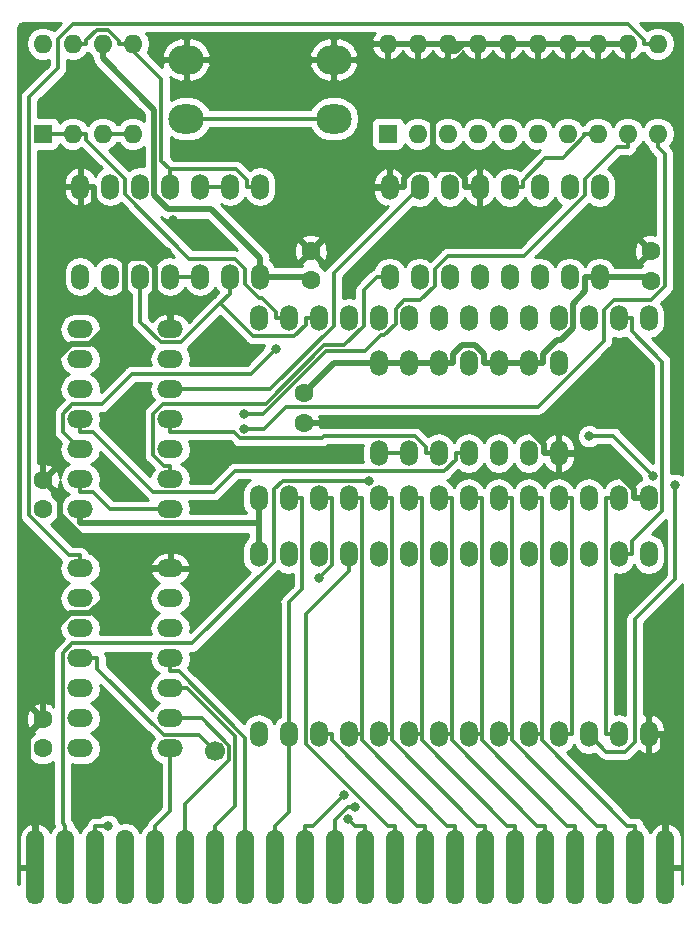
<source format=gbl>
G04 #@! TF.GenerationSoftware,KiCad,Pcbnew,(5.0.0-3-g5ebb6b6)*
G04 #@! TF.CreationDate,2019-03-28T16:48:28+01:00*
G04 #@! TF.ProjectId,REX 9628 Extern-Kernel II-8,52455820393632382045787465726E2D,1.01*
G04 #@! TF.SameCoordinates,Original*
G04 #@! TF.FileFunction,Copper,L2,Bot,Signal*
G04 #@! TF.FilePolarity,Positive*
%FSLAX46Y46*%
G04 Gerber Fmt 4.6, Leading zero omitted, Abs format (unit mm)*
G04 Created by KiCad (PCBNEW (5.0.0-3-g5ebb6b6)) date Thursday, 28. March 2019 um 16:48:28*
%MOMM*%
%LPD*%
G01*
G04 APERTURE LIST*
G04 #@! TA.AperFunction,ComponentPad*
%ADD10C,1.600000*%
G04 #@! TD*
G04 #@! TA.AperFunction,SMDPad,CuDef*
%ADD11O,1.524000X6.350000*%
G04 #@! TD*
G04 #@! TA.AperFunction,ComponentPad*
%ADD12O,2.200000X1.500000*%
G04 #@! TD*
G04 #@! TA.AperFunction,ComponentPad*
%ADD13O,1.500000X2.200000*%
G04 #@! TD*
G04 #@! TA.AperFunction,ComponentPad*
%ADD14R,1.600000X1.600000*%
G04 #@! TD*
G04 #@! TA.AperFunction,ComponentPad*
%ADD15O,1.600000X1.600000*%
G04 #@! TD*
G04 #@! TA.AperFunction,ComponentPad*
%ADD16C,1.700000*%
G04 #@! TD*
G04 #@! TA.AperFunction,ComponentPad*
%ADD17O,3.000000X2.500000*%
G04 #@! TD*
G04 #@! TA.AperFunction,ViaPad*
%ADD18C,0.800000*%
G04 #@! TD*
G04 #@! TA.AperFunction,Conductor*
%ADD19C,0.500000*%
G04 #@! TD*
G04 #@! TA.AperFunction,Conductor*
%ADD20C,0.300000*%
G04 #@! TD*
G04 #@! TA.AperFunction,Conductor*
%ADD21C,0.254000*%
G04 #@! TD*
G04 APERTURE END LIST*
D10*
G04 #@! TO.P,C1,2*
G04 #@! TO.N,GND*
X121285000Y-112498000D03*
G04 #@! TO.P,C1,1*
G04 #@! TO.N,+5V*
X121285000Y-114998000D03*
G04 #@! TD*
G04 #@! TO.P,C2,1*
G04 #@! TO.N,+5V*
X121285000Y-94742000D03*
G04 #@! TO.P,C2,2*
G04 #@! TO.N,GND*
X121285000Y-92242000D03*
G04 #@! TD*
G04 #@! TO.P,C3,2*
G04 #@! TO.N,GND*
X143967000Y-72874500D03*
G04 #@! TO.P,C3,1*
G04 #@! TO.N,+5V*
X143967000Y-75374500D03*
G04 #@! TD*
G04 #@! TO.P,C4,1*
G04 #@! TO.N,+5V*
X172771000Y-75387200D03*
G04 #@! TO.P,C4,2*
G04 #@! TO.N,GND*
X172771000Y-72887200D03*
G04 #@! TD*
G04 #@! TO.P,C5,1*
G04 #@! TO.N,+5V*
X143358000Y-84912200D03*
G04 #@! TO.P,C5,2*
G04 #@! TO.N,GND*
X143358000Y-87412200D03*
G04 #@! TD*
D11*
G04 #@! TO.P,CN1,Z*
G04 #@! TO.N,GND*
X173990000Y-125069600D03*
G04 #@! TO.P,CN1,J*
G04 #@! TO.N,/A13*
X138430000Y-125069600D03*
G04 #@! TO.P,CN1,T*
G04 #@! TO.N,/A5*
X158750000Y-125069600D03*
G04 #@! TO.P,CN1,X*
G04 #@! TO.N,/A1*
X168910000Y-125069600D03*
G04 #@! TO.P,CN1,P*
G04 #@! TO.N,/A8*
X151130000Y-125069600D03*
G04 #@! TO.P,CN1,V*
G04 #@! TO.N,/A3*
X163830000Y-125069600D03*
G04 #@! TO.P,CN1,K*
G04 #@! TO.N,/A12*
X140970000Y-125069600D03*
G04 #@! TO.P,CN1,A*
G04 #@! TO.N,GND*
X120650000Y-125069600D03*
G04 #@! TO.P,CN1,U*
G04 #@! TO.N,/A4*
X161290000Y-125069600D03*
G04 #@! TO.P,CN1,H*
G04 #@! TO.N,/A14*
X135890000Y-125069600D03*
G04 #@! TO.P,CN1,N*
G04 #@! TO.N,/A9*
X148590000Y-125069600D03*
G04 #@! TO.P,CN1,S*
G04 #@! TO.N,/A6*
X156210000Y-125069600D03*
G04 #@! TO.P,CN1,R*
G04 #@! TO.N,/A7*
X153670000Y-125069600D03*
G04 #@! TO.P,CN1,F*
G04 #@! TO.N,/A15*
X133350000Y-125069600D03*
G04 #@! TO.P,CN1,L*
G04 #@! TO.N,/A11*
X143510000Y-125069600D03*
G04 #@! TO.P,CN1,M*
G04 #@! TO.N,/A10*
X146050000Y-125069600D03*
G04 #@! TO.P,CN1,Y*
G04 #@! TO.N,/A0*
X171450000Y-125069600D03*
G04 #@! TO.P,CN1,C*
G04 #@! TO.N,/~RESET*
X125730000Y-125069600D03*
G04 #@! TO.P,CN1,W*
G04 #@! TO.N,/A2*
X166370000Y-125069600D03*
G04 #@! TO.P,CN1,B*
G04 #@! TO.N,/~ROMH*
X123190000Y-125069600D03*
G04 #@! TO.P,CN1,D*
G04 #@! TO.N,N/C*
X128270000Y-125069600D03*
G04 #@! TO.P,CN1,E*
G04 #@! TO.N,/Phi2*
X130810000Y-125069600D03*
G04 #@! TD*
D12*
G04 #@! TO.P,IC1,14*
G04 #@! TO.N,+5V*
X124460000Y-114998000D03*
G04 #@! TO.P,IC1,13*
G04 #@! TO.N,N/C*
X124460000Y-112458000D03*
G04 #@! TO.P,IC1,12*
X124460000Y-109918000D03*
G04 #@! TO.P,IC1,11*
G04 #@! TO.N,Net-(IC1-Pad11)*
X124460000Y-107378000D03*
G04 #@! TO.P,IC1,10*
G04 #@! TO.N,N/C*
X124460000Y-104838000D03*
G04 #@! TO.P,IC1,9*
X124460000Y-102298000D03*
G04 #@! TO.P,IC1,8*
G04 #@! TO.N,Net-(IC1-Pad8)*
X124460000Y-99758000D03*
G04 #@! TO.P,IC1,7*
G04 #@! TO.N,GND*
X132080000Y-99758000D03*
G04 #@! TO.P,IC1,6*
G04 #@! TO.N,/BA*
X132080000Y-102298000D03*
G04 #@! TO.P,IC1,5*
G04 #@! TO.N,/R~W*
X132080000Y-104838000D03*
G04 #@! TO.P,IC1,4*
G04 #@! TO.N,/A13*
X132080000Y-107378000D03*
G04 #@! TO.P,IC1,3*
G04 #@! TO.N,/A14*
X132080000Y-109918000D03*
G04 #@! TO.P,IC1,2*
G04 #@! TO.N,/A15*
X132080000Y-112458000D03*
G04 #@! TO.P,IC1,1*
G04 #@! TO.N,/Phi2*
X132080000Y-114998000D03*
G04 #@! TD*
G04 #@! TO.P,IC2,1*
G04 #@! TO.N,Net-(IC2-Pad1)*
X132080000Y-94742000D03*
G04 #@! TO.P,IC2,2*
G04 #@! TO.N,Net-(IC2-Pad2)*
X132080000Y-92202000D03*
G04 #@! TO.P,IC2,3*
G04 #@! TO.N,Net-(IC2-Pad3)*
X132080000Y-89662000D03*
G04 #@! TO.P,IC2,4*
G04 #@! TO.N,Net-(IC2-Pad1)*
X132080000Y-87122000D03*
G04 #@! TO.P,IC2,5*
G04 #@! TO.N,Net-(IC2-Pad5)*
X132080000Y-84582000D03*
G04 #@! TO.P,IC2,6*
G04 #@! TO.N,Net-(IC2-Pad6)*
X132080000Y-82042000D03*
G04 #@! TO.P,IC2,7*
G04 #@! TO.N,GND*
X132080000Y-79502000D03*
G04 #@! TO.P,IC2,8*
G04 #@! TO.N,N/C*
X124460000Y-79502000D03*
G04 #@! TO.P,IC2,9*
G04 #@! TO.N,+5V*
X124460000Y-82042000D03*
G04 #@! TO.P,IC2,10*
X124460000Y-84582000D03*
G04 #@! TO.P,IC2,11*
G04 #@! TO.N,Net-(IC2-Pad11)*
X124460000Y-87122000D03*
G04 #@! TO.P,IC2,12*
G04 #@! TO.N,Net-(IC2-Pad12)*
X124460000Y-89662000D03*
G04 #@! TO.P,IC2,13*
G04 #@! TO.N,Net-(IC2-Pad1)*
X124460000Y-92202000D03*
G04 #@! TO.P,IC2,14*
G04 #@! TO.N,+5V*
X124460000Y-94742000D03*
G04 #@! TD*
D13*
G04 #@! TO.P,IC3,14*
G04 #@! TO.N,+5V*
X139675000Y-75044300D03*
G04 #@! TO.P,IC3,13*
G04 #@! TO.N,Net-(IC3-Pad10)*
X137135000Y-75044300D03*
G04 #@! TO.P,IC3,12*
G04 #@! TO.N,Net-(IC2-Pad3)*
X134595000Y-75044300D03*
G04 #@! TO.P,IC3,11*
X132055000Y-75044300D03*
G04 #@! TO.P,IC3,10*
G04 #@! TO.N,Net-(IC3-Pad10)*
X129515000Y-75044300D03*
G04 #@! TO.P,IC3,9*
G04 #@! TO.N,Net-(IC2-Pad11)*
X126975000Y-75044300D03*
G04 #@! TO.P,IC3,8*
G04 #@! TO.N,Net-(IC3-Pad5)*
X124435000Y-75044300D03*
G04 #@! TO.P,IC3,7*
G04 #@! TO.N,GND*
X124435000Y-67424300D03*
G04 #@! TO.P,IC3,6*
G04 #@! TO.N,Net-(IC2-Pad11)*
X126975000Y-67424300D03*
G04 #@! TO.P,IC3,5*
G04 #@! TO.N,Net-(IC3-Pad5)*
X129515000Y-67424300D03*
G04 #@! TO.P,IC3,4*
G04 #@! TO.N,Net-(IC3-Pad1)*
X132055000Y-67424300D03*
G04 #@! TO.P,IC3,3*
G04 #@! TO.N,Net-(IC2-Pad6)*
X134595000Y-67424300D03*
G04 #@! TO.P,IC3,2*
X137135000Y-67424300D03*
G04 #@! TO.P,IC3,1*
G04 #@! TO.N,Net-(IC3-Pad1)*
X139675000Y-67424300D03*
G04 #@! TD*
G04 #@! TO.P,St.1,1*
G04 #@! TO.N,+5V*
X139548000Y-93802200D03*
G04 #@! TO.P,St.1,2*
G04 #@! TO.N,/A12*
X142088000Y-93802200D03*
G04 #@! TO.P,St.1,3*
G04 #@! TO.N,/A7*
X144628000Y-93802200D03*
G04 #@! TO.P,St.1,4*
G04 #@! TO.N,/A6*
X147168000Y-93802200D03*
G04 #@! TO.P,St.1,5*
G04 #@! TO.N,/A5*
X149708000Y-93802200D03*
G04 #@! TO.P,St.1,6*
G04 #@! TO.N,/A4*
X152248000Y-93802200D03*
G04 #@! TO.P,St.1,7*
G04 #@! TO.N,/A3*
X154788000Y-93802200D03*
G04 #@! TO.P,St.1,8*
G04 #@! TO.N,/A2*
X157328000Y-93802200D03*
G04 #@! TO.P,St.1,9*
G04 #@! TO.N,/A1*
X159868000Y-93802200D03*
G04 #@! TO.P,St.1,10*
G04 #@! TO.N,/A0*
X162408000Y-93802200D03*
G04 #@! TO.P,St.1,11*
G04 #@! TO.N,/D0*
X164948000Y-93802200D03*
G04 #@! TO.P,St.1,12*
G04 #@! TO.N,/D1*
X167488000Y-93802200D03*
G04 #@! TO.P,St.1,13*
G04 #@! TO.N,/D2*
X170028000Y-93802200D03*
G04 #@! TO.P,St.1,14*
G04 #@! TO.N,GND*
X172568000Y-93802200D03*
G04 #@! TO.P,St.1,15*
G04 #@! TO.N,/D3*
X172568000Y-78562200D03*
G04 #@! TO.P,St.1,16*
G04 #@! TO.N,/D4*
X170028000Y-78562200D03*
G04 #@! TO.P,St.1,17*
G04 #@! TO.N,/D5*
X167488000Y-78562200D03*
G04 #@! TO.P,St.1,18*
G04 #@! TO.N,/D6*
X164948000Y-78562200D03*
G04 #@! TO.P,St.1,19*
G04 #@! TO.N,/D7*
X162408000Y-78562200D03*
G04 #@! TO.P,St.1,20*
G04 #@! TO.N,Net-(IC5-Pad6)*
X159868000Y-78562200D03*
G04 #@! TO.P,St.1,21*
G04 #@! TO.N,/A10*
X157328000Y-78562200D03*
G04 #@! TO.P,St.1,22*
G04 #@! TO.N,/~ROMH*
X154788000Y-78562200D03*
G04 #@! TO.P,St.1,23*
G04 #@! TO.N,/A11*
X152248000Y-78562200D03*
G04 #@! TO.P,St.1,24*
G04 #@! TO.N,/A9*
X149708000Y-78562200D03*
G04 #@! TO.P,St.1,25*
G04 #@! TO.N,/A8*
X147168000Y-78562200D03*
G04 #@! TO.P,St.1,26*
G04 #@! TO.N,Net-(IC3-Pad10)*
X144628000Y-78562200D03*
G04 #@! TO.P,St.1,27*
G04 #@! TO.N,Net-(SW3-Pad1)*
X142088000Y-78562200D03*
G04 #@! TO.P,St.1,28*
G04 #@! TO.N,+5V*
X139548000Y-78562200D03*
G04 #@! TD*
G04 #@! TO.P,St.2,28*
G04 #@! TO.N,+5V*
X139573000Y-98552000D03*
G04 #@! TO.P,St.2,27*
G04 #@! TO.N,Net-(SW3-Pad3)*
X142113000Y-98552000D03*
G04 #@! TO.P,St.2,26*
G04 #@! TO.N,Net-(IC3-Pad10)*
X144653000Y-98552000D03*
G04 #@! TO.P,St.2,25*
G04 #@! TO.N,/A8*
X147193000Y-98552000D03*
G04 #@! TO.P,St.2,24*
G04 #@! TO.N,/A9*
X149733000Y-98552000D03*
G04 #@! TO.P,St.2,23*
G04 #@! TO.N,/A11*
X152273000Y-98552000D03*
G04 #@! TO.P,St.2,22*
G04 #@! TO.N,/~ROMH*
X154813000Y-98552000D03*
G04 #@! TO.P,St.2,21*
G04 #@! TO.N,/A10*
X157353000Y-98552000D03*
G04 #@! TO.P,St.2,20*
G04 #@! TO.N,Net-(IC2-Pad11)*
X159893000Y-98552000D03*
G04 #@! TO.P,St.2,19*
G04 #@! TO.N,/D7*
X162433000Y-98552000D03*
G04 #@! TO.P,St.2,18*
G04 #@! TO.N,/D6*
X164973000Y-98552000D03*
G04 #@! TO.P,St.2,17*
G04 #@! TO.N,/D5*
X167513000Y-98552000D03*
G04 #@! TO.P,St.2,16*
G04 #@! TO.N,/D4*
X170053000Y-98552000D03*
G04 #@! TO.P,St.2,15*
G04 #@! TO.N,/D3*
X172593000Y-98552000D03*
G04 #@! TO.P,St.2,14*
G04 #@! TO.N,GND*
X172593000Y-113792000D03*
G04 #@! TO.P,St.2,13*
G04 #@! TO.N,/D2*
X170053000Y-113792000D03*
G04 #@! TO.P,St.2,12*
G04 #@! TO.N,/D1*
X167513000Y-113792000D03*
G04 #@! TO.P,St.2,11*
G04 #@! TO.N,/D0*
X164973000Y-113792000D03*
G04 #@! TO.P,St.2,10*
G04 #@! TO.N,/A0*
X162433000Y-113792000D03*
G04 #@! TO.P,St.2,9*
G04 #@! TO.N,/A1*
X159893000Y-113792000D03*
G04 #@! TO.P,St.2,8*
G04 #@! TO.N,/A2*
X157353000Y-113792000D03*
G04 #@! TO.P,St.2,7*
G04 #@! TO.N,/A3*
X154813000Y-113792000D03*
G04 #@! TO.P,St.2,6*
G04 #@! TO.N,/A4*
X152273000Y-113792000D03*
G04 #@! TO.P,St.2,5*
G04 #@! TO.N,/A5*
X149733000Y-113792000D03*
G04 #@! TO.P,St.2,4*
G04 #@! TO.N,/A6*
X147193000Y-113792000D03*
G04 #@! TO.P,St.2,3*
G04 #@! TO.N,/A7*
X144653000Y-113792000D03*
G04 #@! TO.P,St.2,2*
G04 #@! TO.N,/A12*
X142113000Y-113792000D03*
G04 #@! TO.P,St.2,1*
G04 #@! TO.N,+5V*
X139573000Y-113792000D03*
G04 #@! TD*
D14*
G04 #@! TO.P,SW1,1*
G04 #@! TO.N,Net-(IC4-Pad10)*
X150495000Y-62941200D03*
D15*
G04 #@! TO.P,SW1,11*
G04 #@! TO.N,Net-(IC1-Pad8)*
X173355000Y-55321200D03*
G04 #@! TO.P,SW1,2*
G04 #@! TO.N,Net-(IC4-Pad11)*
X153035000Y-62941200D03*
G04 #@! TO.P,SW1,12*
G04 #@! TO.N,GND*
X170815000Y-55321200D03*
G04 #@! TO.P,SW1,3*
G04 #@! TO.N,Net-(IC4-Pad12)*
X155575000Y-62941200D03*
G04 #@! TO.P,SW1,13*
G04 #@! TO.N,GND*
X168275000Y-55321200D03*
G04 #@! TO.P,SW1,4*
G04 #@! TO.N,Net-(IC4-Pad13)*
X158115000Y-62941200D03*
G04 #@! TO.P,SW1,14*
G04 #@! TO.N,GND*
X165735000Y-55321200D03*
G04 #@! TO.P,SW1,5*
G04 #@! TO.N,Net-(IC4-Pad1)*
X160655000Y-62941200D03*
G04 #@! TO.P,SW1,15*
G04 #@! TO.N,GND*
X163195000Y-55321200D03*
G04 #@! TO.P,SW1,6*
G04 #@! TO.N,Net-(IC4-Pad2)*
X163195000Y-62941200D03*
G04 #@! TO.P,SW1,16*
G04 #@! TO.N,GND*
X160655000Y-55321200D03*
G04 #@! TO.P,SW1,7*
G04 #@! TO.N,Net-(IC4-Pad3)*
X165735000Y-62941200D03*
G04 #@! TO.P,SW1,17*
G04 #@! TO.N,GND*
X158115000Y-55321200D03*
G04 #@! TO.P,SW1,8*
G04 #@! TO.N,Net-(IC4-Pad4)*
X168275000Y-62941200D03*
G04 #@! TO.P,SW1,18*
G04 #@! TO.N,GND*
X155575000Y-55321200D03*
G04 #@! TO.P,SW1,9*
G04 #@! TO.N,/~IRQ*
X170815000Y-62941200D03*
G04 #@! TO.P,SW1,19*
G04 #@! TO.N,GND*
X153035000Y-55321200D03*
G04 #@! TO.P,SW1,10*
G04 #@! TO.N,/~GAME*
X173355000Y-62941200D03*
G04 #@! TO.P,SW1,20*
G04 #@! TO.N,GND*
X150495000Y-55321200D03*
G04 #@! TD*
D14*
G04 #@! TO.P,SW3,1*
G04 #@! TO.N,Net-(SW3-Pad1)*
X121285000Y-62941200D03*
D15*
G04 #@! TO.P,SW3,5*
G04 #@! TO.N,Net-(IC3-Pad1)*
X128905000Y-55321200D03*
G04 #@! TO.P,SW3,2*
G04 #@! TO.N,Net-(SW3-Pad1)*
X123825000Y-62941200D03*
G04 #@! TO.P,SW3,6*
G04 #@! TO.N,+5V*
X126365000Y-55321200D03*
G04 #@! TO.P,SW3,3*
G04 #@! TO.N,Net-(SW3-Pad3)*
X126365000Y-62941200D03*
G04 #@! TO.P,SW3,7*
G04 #@! TO.N,Net-(IC3-Pad1)*
X123825000Y-55321200D03*
G04 #@! TO.P,SW3,4*
G04 #@! TO.N,Net-(SW3-Pad3)*
X128905000Y-62941200D03*
G04 #@! TO.P,SW3,8*
G04 #@! TO.N,+5V*
X121285000Y-55321200D03*
G04 #@! TD*
D16*
G04 #@! TO.P,TP1,1*
G04 #@! TO.N,Net-(IC1-Pad11)*
X135826000Y-115252000D03*
G04 #@! TD*
D13*
G04 #@! TO.P,IC4,1*
G04 #@! TO.N,Net-(IC4-Pad1)*
X168427000Y-67487800D03*
G04 #@! TO.P,IC4,2*
G04 #@! TO.N,Net-(IC4-Pad2)*
X165887000Y-67487800D03*
G04 #@! TO.P,IC4,3*
G04 #@! TO.N,Net-(IC4-Pad3)*
X163347000Y-67487800D03*
G04 #@! TO.P,IC4,4*
G04 #@! TO.N,Net-(IC4-Pad4)*
X160807000Y-67487800D03*
G04 #@! TO.P,IC4,5*
G04 #@! TO.N,GND*
X158267000Y-67487800D03*
G04 #@! TO.P,IC4,6*
G04 #@! TO.N,Net-(IC2-Pad12)*
X155727000Y-67487800D03*
G04 #@! TO.P,IC4,7*
G04 #@! TO.N,Net-(IC2-Pad5)*
X153187000Y-67487800D03*
G04 #@! TO.P,IC4,8*
G04 #@! TO.N,GND*
X150647000Y-67487800D03*
G04 #@! TO.P,IC4,9*
G04 #@! TO.N,Net-(IC2-Pad2)*
X150647000Y-75107800D03*
G04 #@! TO.P,IC4,10*
G04 #@! TO.N,Net-(IC4-Pad10)*
X153187000Y-75107800D03*
G04 #@! TO.P,IC4,11*
G04 #@! TO.N,Net-(IC4-Pad11)*
X155727000Y-75107800D03*
G04 #@! TO.P,IC4,12*
G04 #@! TO.N,Net-(IC4-Pad12)*
X158267000Y-75107800D03*
G04 #@! TO.P,IC4,13*
G04 #@! TO.N,Net-(IC4-Pad13)*
X160807000Y-75107800D03*
G04 #@! TO.P,IC4,14*
G04 #@! TO.N,N/C*
X163347000Y-75107800D03*
G04 #@! TO.P,IC4,15*
X165887000Y-75107800D03*
G04 #@! TO.P,IC4,16*
G04 #@! TO.N,+5V*
X168427000Y-75107800D03*
G04 #@! TD*
G04 #@! TO.P,IC5,1*
G04 #@! TO.N,/~ROMH*
X149708000Y-89992200D03*
G04 #@! TO.P,IC5,2*
X152248000Y-89992200D03*
G04 #@! TO.P,IC5,3*
G04 #@! TO.N,Net-(IC2-Pad1)*
X154788000Y-89992200D03*
G04 #@! TO.P,IC5,4*
G04 #@! TO.N,Net-(IC2-Pad11)*
X157328000Y-89992200D03*
G04 #@! TO.P,IC5,5*
X159868000Y-89992200D03*
G04 #@! TO.P,IC5,6*
G04 #@! TO.N,Net-(IC5-Pad6)*
X162408000Y-89992200D03*
G04 #@! TO.P,IC5,7*
G04 #@! TO.N,GND*
X164948000Y-89992200D03*
G04 #@! TO.P,IC5,8*
G04 #@! TO.N,N/C*
X164948000Y-82372200D03*
G04 #@! TO.P,IC5,9*
G04 #@! TO.N,+5V*
X162408000Y-82372200D03*
G04 #@! TO.P,IC5,10*
X159868000Y-82372200D03*
G04 #@! TO.P,IC5,11*
G04 #@! TO.N,N/C*
X157328000Y-82372200D03*
G04 #@! TO.P,IC5,12*
G04 #@! TO.N,+5V*
X154788000Y-82372200D03*
G04 #@! TO.P,IC5,13*
X152248000Y-82372200D03*
G04 #@! TO.P,IC5,14*
X149708000Y-82372200D03*
G04 #@! TD*
D17*
G04 #@! TO.P,SW2,1*
G04 #@! TO.N,/~RESET*
X133423000Y-61671200D03*
G04 #@! TO.P,SW2,2*
G04 #@! TO.N,GND*
X133423000Y-56671200D03*
G04 #@! TO.P,SW2,1*
G04 #@! TO.N,/~RESET*
X145923000Y-61671200D03*
G04 #@! TO.P,SW2,2*
G04 #@! TO.N,GND*
X145923000Y-56671200D03*
G04 #@! TD*
D18*
G04 #@! TO.N,GND*
X169735500Y-117538500D03*
X125635300Y-70860000D03*
X129667000Y-72707500D03*
X135509000Y-64325500D03*
X134620000Y-77152500D03*
X128270000Y-80391000D03*
X170053000Y-82423000D03*
X129540000Y-102679500D03*
X123634500Y-97155000D03*
X173793300Y-96329500D03*
X170053000Y-106807000D03*
X138112500Y-104457500D03*
X128333500Y-93408500D03*
X128651000Y-88519000D03*
X136144000Y-80772000D03*
X137541000Y-90424000D03*
X137033000Y-94678500D03*
X128143000Y-64960500D03*
X127635000Y-61214000D03*
X129476500Y-120015000D03*
X129540000Y-109220000D03*
X141224000Y-101155500D03*
X135318500Y-109029500D03*
X167132000Y-84328000D03*
X153352500Y-71056500D03*
X155638500Y-72072500D03*
X131762500Y-72961500D03*
X132270500Y-70294500D03*
X135318500Y-72453500D03*
G04 #@! TO.N,/D1*
X167558300Y-88558400D03*
X172956000Y-91959600D03*
X174808000Y-92676700D03*
G04 #@! TO.N,/~GAME*
X138345100Y-87941900D03*
G04 #@! TO.N,/~IRQ*
X138311300Y-86688300D03*
G04 #@! TO.N,/A9*
X147145700Y-120990900D03*
G04 #@! TO.N,/A7*
X144653000Y-100539700D03*
G04 #@! TO.N,/A11*
X146781300Y-118955300D03*
G04 #@! TO.N,/A10*
X147718000Y-119918600D03*
G04 #@! TO.N,/~RESET*
X126806400Y-121544300D03*
G04 #@! TO.N,/~ROMH*
X148887900Y-92327700D03*
G04 #@! TO.N,Net-(IC2-Pad12)*
X140987600Y-81208500D03*
G04 #@! TD*
D19*
G04 #@! TO.N,GND*
X158115000Y-55321200D02*
X156864700Y-55321200D01*
X155575000Y-55946300D02*
X156239600Y-55946300D01*
X156239600Y-55946300D02*
X156864700Y-55321200D01*
X155575000Y-55946300D02*
X155575000Y-56571500D01*
X155575000Y-55321200D02*
X155575000Y-55946300D01*
X154305000Y-65904400D02*
X152680500Y-65904400D01*
X152680500Y-65904400D02*
X151847300Y-66737600D01*
X151847300Y-66737600D02*
X151847300Y-67487800D01*
X157066700Y-67487800D02*
X157066700Y-66737600D01*
X157066700Y-66737600D02*
X156233500Y-65904400D01*
X156233500Y-65904400D02*
X154305000Y-65904400D01*
X154305000Y-65904400D02*
X154305000Y-57841500D01*
X154305000Y-57841500D02*
X155575000Y-56571500D01*
X150495000Y-55321200D02*
X149244700Y-55321200D01*
X145923000Y-56671200D02*
X147894700Y-56671200D01*
X147894700Y-56671200D02*
X149244700Y-55321200D01*
X133423000Y-56671200D02*
X145923000Y-56671200D01*
X128245000Y-73469700D02*
X128245000Y-77795900D01*
X128245000Y-77795900D02*
X125284300Y-80756600D01*
X125284300Y-80756600D02*
X123659000Y-80756600D01*
X123659000Y-80756600D02*
X121285000Y-83130600D01*
X121285000Y-83130600D02*
X121285000Y-92242000D01*
X125635300Y-67424300D02*
X125635300Y-70860000D01*
X125635300Y-70860000D02*
X128245000Y-73469700D01*
X128245000Y-73469700D02*
X130061300Y-73469700D01*
X130061300Y-73469700D02*
X130785000Y-74193400D01*
X130785000Y-74193400D02*
X130785000Y-77006700D01*
X130785000Y-77006700D02*
X132080000Y-78301700D01*
X132080000Y-79502000D02*
X132080000Y-78301700D01*
X124435000Y-67424300D02*
X125635300Y-67424300D01*
X173990000Y-125069600D02*
X173990000Y-121444300D01*
X172593000Y-113792000D02*
X173793300Y-113792000D01*
X173793300Y-113792000D02*
X173793300Y-121247600D01*
X173793300Y-121247600D02*
X173990000Y-121444300D01*
X150495000Y-55321200D02*
X153035000Y-55321200D01*
X120650000Y-125069600D02*
X120650000Y-121444300D01*
X121285000Y-112498000D02*
X120028900Y-113754100D01*
X120028900Y-113754100D02*
X120028900Y-120823200D01*
X120028900Y-120823200D02*
X120650000Y-121444300D01*
X127285200Y-99758000D02*
X127285200Y-101599000D01*
X127285200Y-101599000D02*
X125316200Y-103568000D01*
X125316200Y-103568000D02*
X123624200Y-103568000D01*
X123624200Y-103568000D02*
X121285000Y-105907200D01*
X121285000Y-105907200D02*
X121285000Y-112498000D01*
X127285200Y-99758000D02*
X122732800Y-95205600D01*
X122732800Y-95205600D02*
X122732800Y-93689800D01*
X122732800Y-93689800D02*
X121285000Y-92242000D01*
X132080000Y-99758000D02*
X127285200Y-99758000D01*
X168275000Y-55321200D02*
X170815000Y-55321200D01*
X165735000Y-55321200D02*
X168275000Y-55321200D01*
X163195000Y-55321200D02*
X165735000Y-55321200D01*
X160655000Y-55321200D02*
X163195000Y-55321200D01*
X150647000Y-67487800D02*
X151847300Y-67487800D01*
X158267000Y-67487800D02*
X157066700Y-67487800D01*
X164948000Y-89992200D02*
X163747700Y-89992200D01*
X163747700Y-89992200D02*
X163747700Y-89242000D01*
X163747700Y-89242000D02*
X161917900Y-87412200D01*
X161917900Y-87412200D02*
X143358000Y-87412200D01*
X164948000Y-89992200D02*
X168307900Y-89992200D01*
X168307900Y-89992200D02*
X171367700Y-93052000D01*
X171367700Y-93052000D02*
X171367700Y-93802200D01*
X158115000Y-55321200D02*
X160655000Y-55321200D01*
X150647000Y-67487800D02*
X149353700Y-67487800D01*
X149353700Y-67487800D02*
X143967000Y-72874500D01*
X172568000Y-93802200D02*
X171367700Y-93802200D01*
X125635300Y-70860000D02*
X125635300Y-70860000D01*
G04 #@! TO.N,+5V*
X152248000Y-82372200D02*
X154788000Y-82372200D01*
X149708000Y-82372200D02*
X152248000Y-82372200D01*
X139573000Y-98552000D02*
X139573000Y-97001700D01*
X139548000Y-95942300D02*
X139548000Y-96976700D01*
X139548000Y-96976700D02*
X139573000Y-97001700D01*
X139548000Y-95352500D02*
X139548000Y-95942300D01*
X139548000Y-95942300D02*
X124460000Y-95942300D01*
X124460000Y-94742000D02*
X124460000Y-95942300D01*
X139548000Y-93802200D02*
X139548000Y-95352500D01*
X139675000Y-75044300D02*
X139675000Y-73494000D01*
X139675000Y-73494000D02*
X135520200Y-69339200D01*
X135520200Y-69339200D02*
X131884000Y-69339200D01*
X131884000Y-69339200D02*
X130716600Y-68171800D01*
X130716600Y-68171800D02*
X130716600Y-60923100D01*
X130716600Y-60923100D02*
X126365000Y-56571500D01*
X126365000Y-55321200D02*
X126365000Y-56571500D01*
X139675000Y-75044300D02*
X143636800Y-75044300D01*
X143636800Y-75044300D02*
X143967000Y-75374500D01*
X149708000Y-82372200D02*
X145898000Y-82372200D01*
X145898000Y-82372200D02*
X143358000Y-84912200D01*
X154788000Y-82372200D02*
X155988300Y-82372200D01*
X155988300Y-82372200D02*
X155988300Y-81622000D01*
X155988300Y-81622000D02*
X156806100Y-80804200D01*
X156806100Y-80804200D02*
X157849900Y-80804200D01*
X157849900Y-80804200D02*
X158667700Y-81622000D01*
X158667700Y-81622000D02*
X158667700Y-82372200D01*
X159868000Y-82372200D02*
X158667700Y-82372200D01*
X168427000Y-75107800D02*
X167226700Y-75107800D01*
X162408000Y-82372200D02*
X163608300Y-82372200D01*
X163608300Y-82372200D02*
X163608300Y-81573500D01*
X163608300Y-81573500D02*
X164784200Y-80397600D01*
X164784200Y-80397600D02*
X165185700Y-80397600D01*
X165185700Y-80397600D02*
X166148400Y-79434900D01*
X166148400Y-79434900D02*
X166148400Y-77386400D01*
X166148400Y-77386400D02*
X167226700Y-76308100D01*
X167226700Y-76308100D02*
X167226700Y-75107800D01*
X159868000Y-82372200D02*
X162408000Y-82372200D01*
X168427000Y-75107800D02*
X172491600Y-75107800D01*
X172491600Y-75107800D02*
X172771000Y-75387200D01*
D20*
G04 #@! TO.N,/D4*
X171153300Y-98552000D02*
X171153300Y-97451700D01*
X171153300Y-97451700D02*
X173706300Y-94898700D01*
X173706300Y-94898700D02*
X173706300Y-82240500D01*
X173706300Y-82240500D02*
X171128300Y-79662500D01*
X171128300Y-79662500D02*
X171128300Y-78562200D01*
X170028000Y-78562200D02*
X171128300Y-78562200D01*
X170053000Y-98552000D02*
X171153300Y-98552000D01*
G04 #@! TO.N,/D2*
X170028000Y-93802200D02*
X168927700Y-93802200D01*
X170053000Y-113792000D02*
X168952700Y-113792000D01*
X168952700Y-113792000D02*
X168927700Y-113767000D01*
X168927700Y-113767000D02*
X168927700Y-93802200D01*
G04 #@! TO.N,/D1*
X172956000Y-91959600D02*
X169554800Y-88558400D01*
X169554800Y-88558400D02*
X167558300Y-88558400D01*
X167513000Y-113792000D02*
X168979600Y-115258600D01*
X168979600Y-115258600D02*
X170578100Y-115258600D01*
X170578100Y-115258600D02*
X171403400Y-114433300D01*
X171403400Y-114433300D02*
X171403400Y-104017000D01*
X171403400Y-104017000D02*
X174808000Y-100612400D01*
X174808000Y-100612400D02*
X174808000Y-92676700D01*
G04 #@! TO.N,/D0*
X164948000Y-93802200D02*
X166048300Y-93802200D01*
X164973000Y-113792000D02*
X166073300Y-113792000D01*
X166073300Y-113792000D02*
X166073300Y-93827200D01*
X166073300Y-93827200D02*
X166048300Y-93802200D01*
G04 #@! TO.N,/~GAME*
X173355000Y-62941200D02*
X173355000Y-64091500D01*
X173355000Y-64091500D02*
X173940300Y-64676800D01*
X173940300Y-64676800D02*
X173940300Y-75879000D01*
X173940300Y-75879000D02*
X172785200Y-77034100D01*
X172785200Y-77034100D02*
X169622800Y-77034100D01*
X169622800Y-77034100D02*
X168758000Y-77898900D01*
X168758000Y-77898900D02*
X168758000Y-80503300D01*
X168758000Y-80503300D02*
X163198700Y-86062600D01*
X163198700Y-86062600D02*
X141850300Y-86062600D01*
X141850300Y-86062600D02*
X139971000Y-87941900D01*
X139971000Y-87941900D02*
X138345100Y-87941900D01*
G04 #@! TO.N,/~IRQ*
X170815000Y-62941200D02*
X170815000Y-64091500D01*
X170815000Y-64091500D02*
X169880400Y-64091500D01*
X169880400Y-64091500D02*
X167157000Y-66814900D01*
X167157000Y-66814900D02*
X167157000Y-68134200D01*
X167157000Y-68134200D02*
X161986000Y-73305200D01*
X161986000Y-73305200D02*
X155581800Y-73305200D01*
X155581800Y-73305200D02*
X154457000Y-74430000D01*
X154457000Y-74430000D02*
X154457000Y-75808100D01*
X154457000Y-75808100D02*
X153231000Y-77034100D01*
X153231000Y-77034100D02*
X151865400Y-77034100D01*
X151865400Y-77034100D02*
X151147600Y-77751900D01*
X151147600Y-77751900D02*
X151147600Y-79054700D01*
X151147600Y-79054700D02*
X150189700Y-80012600D01*
X150189700Y-80012600D02*
X149944600Y-80012600D01*
X149944600Y-80012600D02*
X148573500Y-81383700D01*
X148573500Y-81383700D02*
X145259600Y-81383700D01*
X145259600Y-81383700D02*
X139955000Y-86688300D01*
X139955000Y-86688300D02*
X138311300Y-86688300D01*
G04 #@! TO.N,/A13*
X132080000Y-107378000D02*
X132080000Y-108478300D01*
X132080000Y-108478300D02*
X132802000Y-108478300D01*
X132802000Y-108478300D02*
X138430000Y-114106300D01*
X138430000Y-114106300D02*
X138430000Y-125069600D01*
G04 #@! TO.N,/A5*
X149708000Y-93802200D02*
X150808300Y-93802200D01*
X150808300Y-93802200D02*
X150833300Y-93827200D01*
X150833300Y-93827200D02*
X150833300Y-113792000D01*
X158750000Y-125069600D02*
X158750000Y-121544300D01*
X149733000Y-113792000D02*
X150833300Y-113792000D01*
X150833300Y-113792000D02*
X150833300Y-114289500D01*
X150833300Y-114289500D02*
X158088100Y-121544300D01*
X158088100Y-121544300D02*
X158750000Y-121544300D01*
G04 #@! TO.N,/A1*
X159868000Y-93802200D02*
X160968300Y-93802200D01*
X160968300Y-93802200D02*
X160993300Y-93827200D01*
X160993300Y-93827200D02*
X160993300Y-113792000D01*
X168910000Y-125069600D02*
X168910000Y-121544300D01*
X159893000Y-113792000D02*
X160993300Y-113792000D01*
X160993300Y-113792000D02*
X160993300Y-114289500D01*
X160993300Y-114289500D02*
X168248100Y-121544300D01*
X168248100Y-121544300D02*
X168910000Y-121544300D01*
G04 #@! TO.N,/A8*
X151130000Y-125069600D02*
X151130000Y-121544300D01*
X147193000Y-98552000D02*
X147193000Y-100002300D01*
X147193000Y-100002300D02*
X143548200Y-103647100D01*
X143548200Y-103647100D02*
X143548200Y-114609100D01*
X143548200Y-114609100D02*
X150483400Y-121544300D01*
X150483400Y-121544300D02*
X151130000Y-121544300D01*
G04 #@! TO.N,/A3*
X154788000Y-93802200D02*
X155888300Y-93802200D01*
X155888300Y-93802200D02*
X155913300Y-93827200D01*
X155913300Y-93827200D02*
X155913300Y-113792000D01*
X163830000Y-125069600D02*
X163830000Y-121544300D01*
X154813000Y-113792000D02*
X155913300Y-113792000D01*
X155913300Y-113792000D02*
X155913300Y-114289500D01*
X155913300Y-114289500D02*
X163168100Y-121544300D01*
X163168100Y-121544300D02*
X163830000Y-121544300D01*
G04 #@! TO.N,/A12*
X142088000Y-93802200D02*
X143188300Y-93802200D01*
X142113000Y-113792000D02*
X142113000Y-102639300D01*
X142113000Y-102639300D02*
X143224200Y-101528100D01*
X143224200Y-101528100D02*
X143224200Y-93838100D01*
X143224200Y-93838100D02*
X143188300Y-93802200D01*
X142113000Y-114517100D02*
X142113000Y-113792000D01*
X142113000Y-114517100D02*
X142113000Y-115242300D01*
X140970000Y-121544300D02*
X142113000Y-120401300D01*
X142113000Y-120401300D02*
X142113000Y-115242300D01*
X140970000Y-125069600D02*
X140970000Y-121544300D01*
G04 #@! TO.N,/A4*
X152248000Y-93802200D02*
X153348300Y-93802200D01*
X153348300Y-93802200D02*
X153373300Y-93827200D01*
X153373300Y-93827200D02*
X153373300Y-113792000D01*
X161290000Y-125069600D02*
X161290000Y-121544300D01*
X152273000Y-113792000D02*
X153373300Y-113792000D01*
X153373300Y-113792000D02*
X153373300Y-114289500D01*
X153373300Y-114289500D02*
X160628100Y-121544300D01*
X160628100Y-121544300D02*
X161290000Y-121544300D01*
G04 #@! TO.N,/A14*
X135890000Y-121544300D02*
X137550100Y-119884200D01*
X137550100Y-119884200D02*
X137550100Y-113937800D01*
X137550100Y-113937800D02*
X133530300Y-109918000D01*
X135890000Y-125069600D02*
X135890000Y-121544300D01*
X132080000Y-109918000D02*
X133530300Y-109918000D01*
G04 #@! TO.N,/A9*
X148590000Y-125069600D02*
X148590000Y-121544300D01*
X147145700Y-120990900D02*
X147699100Y-121544300D01*
X147699100Y-121544300D02*
X148590000Y-121544300D01*
G04 #@! TO.N,/A6*
X147168000Y-93802200D02*
X148268300Y-93802200D01*
X148268300Y-93802200D02*
X148293300Y-93827200D01*
X148293300Y-93827200D02*
X148293300Y-113792000D01*
X156210000Y-125069600D02*
X156210000Y-121544300D01*
X147193000Y-113792000D02*
X148293300Y-113792000D01*
X148293300Y-113792000D02*
X148293300Y-114289500D01*
X148293300Y-114289500D02*
X155548100Y-121544300D01*
X155548100Y-121544300D02*
X156210000Y-121544300D01*
G04 #@! TO.N,/A7*
X153670000Y-121544300D02*
X153008100Y-121544300D01*
X153008100Y-121544300D02*
X145753300Y-114289500D01*
X145753300Y-114289500D02*
X145753300Y-113792000D01*
X153670000Y-125069600D02*
X153670000Y-121544300D01*
X144653000Y-113792000D02*
X145753300Y-113792000D01*
X144628000Y-93802200D02*
X145728300Y-93802200D01*
X145728300Y-93802200D02*
X145764200Y-93838100D01*
X145764200Y-93838100D02*
X145764200Y-99428500D01*
X145764200Y-99428500D02*
X144653000Y-100539700D01*
G04 #@! TO.N,/A15*
X132080000Y-112458000D02*
X134739000Y-112458000D01*
X134739000Y-112458000D02*
X137049800Y-114768800D01*
X137049800Y-114768800D02*
X137049800Y-116012200D01*
X137049800Y-116012200D02*
X133350000Y-119712000D01*
X133350000Y-119712000D02*
X133350000Y-125069600D01*
G04 #@! TO.N,/A11*
X143510000Y-125069600D02*
X143510000Y-121544300D01*
X143510000Y-121544300D02*
X144192300Y-121544300D01*
X144192300Y-121544300D02*
X146781300Y-118955300D01*
G04 #@! TO.N,/A10*
X147718000Y-119918600D02*
X147157000Y-119918600D01*
X147157000Y-119918600D02*
X146050000Y-121025600D01*
X146050000Y-121025600D02*
X146050000Y-121544300D01*
X146050000Y-125069600D02*
X146050000Y-121544300D01*
G04 #@! TO.N,/A0*
X162408000Y-93802200D02*
X163508300Y-93802200D01*
X163508300Y-93802200D02*
X163533300Y-93827200D01*
X163533300Y-93827200D02*
X163533300Y-113792000D01*
X171450000Y-125069600D02*
X171450000Y-121544300D01*
X162433000Y-113792000D02*
X163533300Y-113792000D01*
X163533300Y-113792000D02*
X163533300Y-114289500D01*
X163533300Y-114289500D02*
X170788100Y-121544300D01*
X170788100Y-121544300D02*
X171450000Y-121544300D01*
G04 #@! TO.N,/~RESET*
X145923000Y-61671200D02*
X133423000Y-61671200D01*
X125730000Y-121544300D02*
X126806400Y-121544300D01*
X125730000Y-125069600D02*
X125730000Y-121544300D01*
G04 #@! TO.N,/A2*
X157328000Y-93802200D02*
X158428300Y-93802200D01*
X158428300Y-93802200D02*
X158453300Y-93827200D01*
X158453300Y-93827200D02*
X158453300Y-113792000D01*
X166370000Y-125069600D02*
X166370000Y-121544300D01*
X157353000Y-113792000D02*
X158453300Y-113792000D01*
X158453300Y-113792000D02*
X158453300Y-114289500D01*
X158453300Y-114289500D02*
X165708100Y-121544300D01*
X165708100Y-121544300D02*
X166370000Y-121544300D01*
G04 #@! TO.N,/~ROMH*
X123190000Y-125069600D02*
X123190000Y-121544300D01*
X148887900Y-92327700D02*
X141587500Y-92327700D01*
X141587500Y-92327700D02*
X140843000Y-93072200D01*
X140843000Y-93072200D02*
X140843000Y-99215000D01*
X140843000Y-99215000D02*
X133950000Y-106108000D01*
X133950000Y-106108000D02*
X123795300Y-106108000D01*
X123795300Y-106108000D02*
X122956200Y-106947100D01*
X122956200Y-106947100D02*
X122956200Y-121310500D01*
X122956200Y-121310500D02*
X123190000Y-121544300D01*
X152248000Y-89992200D02*
X149708000Y-89992200D01*
G04 #@! TO.N,/Phi2*
X130810000Y-125069600D02*
X130810000Y-121544300D01*
X132080000Y-114998000D02*
X132080000Y-120274300D01*
X132080000Y-120274300D02*
X130810000Y-121544300D01*
G04 #@! TO.N,Net-(IC1-Pad11)*
X124460000Y-107378000D02*
X125910300Y-107378000D01*
X135826000Y-115252000D02*
X134471600Y-113897600D01*
X134471600Y-113897600D02*
X131568100Y-113897600D01*
X131568100Y-113897600D02*
X125910300Y-108239800D01*
X125910300Y-108239800D02*
X125910300Y-107378000D01*
G04 #@! TO.N,Net-(IC2-Pad3)*
X132055000Y-75044300D02*
X134595000Y-75044300D01*
G04 #@! TO.N,Net-(IC2-Pad6)*
X137135000Y-67424300D02*
X134595000Y-67424300D01*
G04 #@! TO.N,Net-(IC2-Pad11)*
X124460000Y-87122000D02*
X124460000Y-88222300D01*
X157328000Y-89992200D02*
X156227700Y-89992200D01*
X156227700Y-89992200D02*
X156227700Y-90542300D01*
X156227700Y-90542300D02*
X155271900Y-91498100D01*
X155271900Y-91498100D02*
X137550400Y-91498100D01*
X137550400Y-91498100D02*
X135745300Y-93303200D01*
X135745300Y-93303200D02*
X130641200Y-93303200D01*
X130641200Y-93303200D02*
X125560300Y-88222300D01*
X125560300Y-88222300D02*
X124460000Y-88222300D01*
G04 #@! TO.N,Net-(IC1-Pad8)*
X124460000Y-99758000D02*
X124460000Y-98657700D01*
X173355000Y-55321200D02*
X172204700Y-55321200D01*
X172204700Y-55321200D02*
X172204700Y-55033600D01*
X172204700Y-55033600D02*
X170827000Y-53655900D01*
X170827000Y-53655900D02*
X123862200Y-53655900D01*
X123862200Y-53655900D02*
X122555000Y-54963100D01*
X122555000Y-54963100D02*
X122555000Y-57421600D01*
X122555000Y-57421600D02*
X120114900Y-59861700D01*
X120114900Y-59861700D02*
X120114900Y-95265800D01*
X120114900Y-95265800D02*
X123506800Y-98657700D01*
X123506800Y-98657700D02*
X124460000Y-98657700D01*
G04 #@! TO.N,Net-(IC2-Pad1)*
X132080000Y-88222300D02*
X137483600Y-88222300D01*
X137483600Y-88222300D02*
X137978200Y-88716900D01*
X137978200Y-88716900D02*
X144885500Y-88716900D01*
X144885500Y-88716900D02*
X145067700Y-88534700D01*
X145067700Y-88534700D02*
X152780300Y-88534700D01*
X152780300Y-88534700D02*
X153687700Y-89442100D01*
X153687700Y-89442100D02*
X153687700Y-89992200D01*
X124460000Y-92202000D02*
X124460000Y-93302300D01*
X124460000Y-93302300D02*
X125560300Y-93302300D01*
X125560300Y-93302300D02*
X127000000Y-94742000D01*
X127000000Y-94742000D02*
X132080000Y-94742000D01*
X132080000Y-87122000D02*
X132080000Y-88222300D01*
X154788000Y-89992200D02*
X153687700Y-89992200D01*
G04 #@! TO.N,Net-(IC2-Pad2)*
X149546700Y-75107800D02*
X148438000Y-76216500D01*
X148438000Y-76216500D02*
X148438000Y-79208100D01*
X148438000Y-79208100D02*
X146796900Y-80849200D01*
X146796900Y-80849200D02*
X145086400Y-80849200D01*
X145086400Y-80849200D02*
X140144100Y-85791500D01*
X140144100Y-85791500D02*
X131485000Y-85791500D01*
X131485000Y-85791500D02*
X130626200Y-86650300D01*
X130626200Y-86650300D02*
X130626200Y-90151700D01*
X130626200Y-90151700D02*
X131576200Y-91101700D01*
X131576200Y-91101700D02*
X132080000Y-91101700D01*
X132080000Y-92202000D02*
X132080000Y-91101700D01*
X150647000Y-75107800D02*
X149546700Y-75107800D01*
G04 #@! TO.N,Net-(IC2-Pad5)*
X153187000Y-67487800D02*
X145898000Y-74776800D01*
X145898000Y-74776800D02*
X145898000Y-79237000D01*
X145898000Y-79237000D02*
X140553000Y-84582000D01*
X140553000Y-84582000D02*
X132080000Y-84582000D01*
G04 #@! TO.N,Net-(IC2-Pad12)*
X124460000Y-89662000D02*
X122995800Y-88197800D01*
X122995800Y-88197800D02*
X122995800Y-86651500D01*
X122995800Y-86651500D02*
X123795300Y-85852000D01*
X123795300Y-85852000D02*
X126262400Y-85852000D01*
X126262400Y-85852000D02*
X128833900Y-83280500D01*
X128833900Y-83280500D02*
X138915600Y-83280500D01*
X138915600Y-83280500D02*
X140987600Y-81208500D01*
G04 #@! TO.N,Net-(IC3-Pad1)*
X139675000Y-67424300D02*
X138574700Y-67424300D01*
X138574700Y-67424300D02*
X138574700Y-66874200D01*
X138574700Y-66874200D02*
X137674500Y-65974000D01*
X137674500Y-65974000D02*
X132055000Y-65974000D01*
X132055000Y-67424300D02*
X132055000Y-65974000D01*
X128329900Y-55321200D02*
X131317000Y-58308300D01*
X131317000Y-58308300D02*
X131317000Y-65236000D01*
X131317000Y-65236000D02*
X132055000Y-65974000D01*
X128329900Y-55321200D02*
X127754700Y-55321200D01*
X128905000Y-55321200D02*
X128329900Y-55321200D01*
X123825000Y-55321200D02*
X124975300Y-55321200D01*
X124975300Y-55321200D02*
X124975300Y-55033600D01*
X124975300Y-55033600D02*
X125852600Y-54156300D01*
X125852600Y-54156300D02*
X126828100Y-54156300D01*
X126828100Y-54156300D02*
X127754700Y-55082900D01*
X127754700Y-55082900D02*
X127754700Y-55321200D01*
G04 #@! TO.N,Net-(IC4-Pad4)*
X168275000Y-62941200D02*
X167124700Y-62941200D01*
X160807000Y-67487800D02*
X161907300Y-67487800D01*
X161907300Y-67487800D02*
X161907300Y-66937700D01*
X161907300Y-66937700D02*
X163846200Y-64998800D01*
X163846200Y-64998800D02*
X165305400Y-64998800D01*
X165305400Y-64998800D02*
X167124700Y-63179500D01*
X167124700Y-63179500D02*
X167124700Y-62941200D01*
G04 #@! TO.N,Net-(SW3-Pad1)*
X142088000Y-78562200D02*
X140987700Y-78562200D01*
X123825000Y-62941200D02*
X124975300Y-62941200D01*
X124975300Y-62941200D02*
X124975300Y-63499400D01*
X124975300Y-63499400D02*
X128245000Y-66769100D01*
X128245000Y-66769100D02*
X128245000Y-68085000D01*
X128245000Y-68085000D02*
X133686600Y-73526600D01*
X133686600Y-73526600D02*
X137529400Y-73526600D01*
X137529400Y-73526600D02*
X138405000Y-74402200D01*
X138405000Y-74402200D02*
X138405000Y-75687500D01*
X138405000Y-75687500D02*
X139584200Y-76866700D01*
X139584200Y-76866700D02*
X139841200Y-76866700D01*
X139841200Y-76866700D02*
X140987700Y-78013200D01*
X140987700Y-78013200D02*
X140987700Y-78562200D01*
X121285000Y-62941200D02*
X123825000Y-62941200D01*
G04 #@! TO.N,Net-(SW3-Pad3)*
X128905000Y-62941200D02*
X126365000Y-62941200D01*
G04 #@! TO.N,Net-(IC3-Pad10)*
X136322700Y-77306900D02*
X137135000Y-76494600D01*
X129515000Y-75044300D02*
X129515000Y-78862700D01*
X129515000Y-78862700D02*
X131271200Y-80618900D01*
X131271200Y-80618900D02*
X133010700Y-80618900D01*
X133010700Y-80618900D02*
X136322700Y-77306900D01*
X143527700Y-78562200D02*
X143527700Y-79112300D01*
X143527700Y-79112300D02*
X142576900Y-80063100D01*
X142576900Y-80063100D02*
X139078800Y-80063100D01*
X139078800Y-80063100D02*
X136322700Y-77306900D01*
X144628000Y-78562200D02*
X143527700Y-78562200D01*
X137135000Y-75044300D02*
X137135000Y-76494600D01*
G04 #@! TD*
D21*
G04 #@! TO.N,GND*
G36*
X122200731Y-54207212D02*
X121844909Y-53969460D01*
X121426333Y-53886200D01*
X121143667Y-53886200D01*
X120725091Y-53969460D01*
X120250423Y-54286623D01*
X119933260Y-54761291D01*
X119821887Y-55321200D01*
X119933260Y-55881109D01*
X120250423Y-56355777D01*
X120725091Y-56672940D01*
X121143667Y-56756200D01*
X121426333Y-56756200D01*
X121770001Y-56687840D01*
X121770001Y-57096442D01*
X119614492Y-59251951D01*
X119548947Y-59295747D01*
X119375446Y-59555409D01*
X119329900Y-59784385D01*
X119329900Y-59784388D01*
X119314522Y-59861700D01*
X119329900Y-59939012D01*
X119329901Y-95188483D01*
X119314522Y-95265800D01*
X119375446Y-95572091D01*
X119505151Y-95766208D01*
X119505154Y-95766211D01*
X119548948Y-95831753D01*
X119614490Y-95875547D01*
X122865914Y-99126972D01*
X122805359Y-99217600D01*
X122697867Y-99758000D01*
X122805359Y-100298400D01*
X123111471Y-100756529D01*
X123517756Y-101028000D01*
X123111471Y-101299471D01*
X122805359Y-101757600D01*
X122697867Y-102298000D01*
X122805359Y-102838400D01*
X123111471Y-103296529D01*
X123517756Y-103568000D01*
X123111471Y-103839471D01*
X122805359Y-104297600D01*
X122697867Y-104838000D01*
X122805359Y-105378400D01*
X123049444Y-105743699D01*
X122455792Y-106337351D01*
X122390247Y-106381147D01*
X122216746Y-106640809D01*
X122171200Y-106869785D01*
X122171200Y-106869788D01*
X122155822Y-106947100D01*
X122171200Y-107024412D01*
X122171200Y-111432192D01*
X122113139Y-111490253D01*
X122039005Y-111244136D01*
X121501777Y-111051035D01*
X120931546Y-111078222D01*
X120530995Y-111244136D01*
X120456861Y-111490255D01*
X121285000Y-112318395D01*
X121299142Y-112304252D01*
X121478748Y-112483858D01*
X121464605Y-112498000D01*
X121478748Y-112512143D01*
X121299142Y-112691748D01*
X121285000Y-112677605D01*
X120456861Y-113505745D01*
X120530995Y-113751864D01*
X120537746Y-113754290D01*
X120472138Y-113781466D01*
X120068466Y-114185138D01*
X119850000Y-114712561D01*
X119850000Y-115283439D01*
X120068466Y-115810862D01*
X120472138Y-116214534D01*
X120999561Y-116433000D01*
X121570439Y-116433000D01*
X122097862Y-116214534D01*
X122171201Y-116141195D01*
X122171201Y-121233183D01*
X122155822Y-121310500D01*
X122216746Y-121616791D01*
X122221347Y-121623677D01*
X122182821Y-121649420D01*
X121908420Y-122060090D01*
X121892059Y-122004659D01*
X121548026Y-121578970D01*
X121067277Y-121317340D01*
X120993070Y-121302380D01*
X120777000Y-121424880D01*
X120777000Y-124942600D01*
X120797000Y-124942600D01*
X120797000Y-125196600D01*
X120777000Y-125196600D01*
X120777000Y-125216600D01*
X120523000Y-125216600D01*
X120523000Y-125196600D01*
X119253000Y-125196600D01*
X119253000Y-126492000D01*
X119201000Y-126492000D01*
X119201000Y-122529600D01*
X119253000Y-122529600D01*
X119253000Y-124942600D01*
X120523000Y-124942600D01*
X120523000Y-121424880D01*
X120306930Y-121302380D01*
X120232723Y-121317340D01*
X119751974Y-121578970D01*
X119407941Y-122004659D01*
X119253000Y-122529600D01*
X119201000Y-122529600D01*
X119201000Y-112281223D01*
X119838035Y-112281223D01*
X119865222Y-112851454D01*
X120031136Y-113252005D01*
X120277255Y-113326139D01*
X121105395Y-112498000D01*
X120277255Y-111669861D01*
X120031136Y-111743995D01*
X119838035Y-112281223D01*
X119201000Y-112281223D01*
X119201000Y-53981431D01*
X119237144Y-53799723D01*
X119300461Y-53704961D01*
X119395223Y-53641644D01*
X119576930Y-53605500D01*
X122802442Y-53605500D01*
X122200731Y-54207212D01*
X122200731Y-54207212D01*
G37*
X122200731Y-54207212D02*
X121844909Y-53969460D01*
X121426333Y-53886200D01*
X121143667Y-53886200D01*
X120725091Y-53969460D01*
X120250423Y-54286623D01*
X119933260Y-54761291D01*
X119821887Y-55321200D01*
X119933260Y-55881109D01*
X120250423Y-56355777D01*
X120725091Y-56672940D01*
X121143667Y-56756200D01*
X121426333Y-56756200D01*
X121770001Y-56687840D01*
X121770001Y-57096442D01*
X119614492Y-59251951D01*
X119548947Y-59295747D01*
X119375446Y-59555409D01*
X119329900Y-59784385D01*
X119329900Y-59784388D01*
X119314522Y-59861700D01*
X119329900Y-59939012D01*
X119329901Y-95188483D01*
X119314522Y-95265800D01*
X119375446Y-95572091D01*
X119505151Y-95766208D01*
X119505154Y-95766211D01*
X119548948Y-95831753D01*
X119614490Y-95875547D01*
X122865914Y-99126972D01*
X122805359Y-99217600D01*
X122697867Y-99758000D01*
X122805359Y-100298400D01*
X123111471Y-100756529D01*
X123517756Y-101028000D01*
X123111471Y-101299471D01*
X122805359Y-101757600D01*
X122697867Y-102298000D01*
X122805359Y-102838400D01*
X123111471Y-103296529D01*
X123517756Y-103568000D01*
X123111471Y-103839471D01*
X122805359Y-104297600D01*
X122697867Y-104838000D01*
X122805359Y-105378400D01*
X123049444Y-105743699D01*
X122455792Y-106337351D01*
X122390247Y-106381147D01*
X122216746Y-106640809D01*
X122171200Y-106869785D01*
X122171200Y-106869788D01*
X122155822Y-106947100D01*
X122171200Y-107024412D01*
X122171200Y-111432192D01*
X122113139Y-111490253D01*
X122039005Y-111244136D01*
X121501777Y-111051035D01*
X120931546Y-111078222D01*
X120530995Y-111244136D01*
X120456861Y-111490255D01*
X121285000Y-112318395D01*
X121299142Y-112304252D01*
X121478748Y-112483858D01*
X121464605Y-112498000D01*
X121478748Y-112512143D01*
X121299142Y-112691748D01*
X121285000Y-112677605D01*
X120456861Y-113505745D01*
X120530995Y-113751864D01*
X120537746Y-113754290D01*
X120472138Y-113781466D01*
X120068466Y-114185138D01*
X119850000Y-114712561D01*
X119850000Y-115283439D01*
X120068466Y-115810862D01*
X120472138Y-116214534D01*
X120999561Y-116433000D01*
X121570439Y-116433000D01*
X122097862Y-116214534D01*
X122171201Y-116141195D01*
X122171201Y-121233183D01*
X122155822Y-121310500D01*
X122216746Y-121616791D01*
X122221347Y-121623677D01*
X122182821Y-121649420D01*
X121908420Y-122060090D01*
X121892059Y-122004659D01*
X121548026Y-121578970D01*
X121067277Y-121317340D01*
X120993070Y-121302380D01*
X120777000Y-121424880D01*
X120777000Y-124942600D01*
X120797000Y-124942600D01*
X120797000Y-125196600D01*
X120777000Y-125196600D01*
X120777000Y-125216600D01*
X120523000Y-125216600D01*
X120523000Y-125196600D01*
X119253000Y-125196600D01*
X119253000Y-126492000D01*
X119201000Y-126492000D01*
X119201000Y-122529600D01*
X119253000Y-122529600D01*
X119253000Y-124942600D01*
X120523000Y-124942600D01*
X120523000Y-121424880D01*
X120306930Y-121302380D01*
X120232723Y-121317340D01*
X119751974Y-121578970D01*
X119407941Y-122004659D01*
X119253000Y-122529600D01*
X119201000Y-122529600D01*
X119201000Y-112281223D01*
X119838035Y-112281223D01*
X119865222Y-112851454D01*
X120031136Y-113252005D01*
X120277255Y-113326139D01*
X121105395Y-112498000D01*
X120277255Y-111669861D01*
X120031136Y-111743995D01*
X119838035Y-112281223D01*
X119201000Y-112281223D01*
X119201000Y-53981431D01*
X119237144Y-53799723D01*
X119300461Y-53704961D01*
X119395223Y-53641644D01*
X119576930Y-53605500D01*
X122802442Y-53605500D01*
X122200731Y-54207212D01*
G36*
X175439000Y-126492000D02*
X175387000Y-126492000D01*
X175387000Y-125196600D01*
X174117000Y-125196600D01*
X174117000Y-125216600D01*
X173863000Y-125216600D01*
X173863000Y-125196600D01*
X173843000Y-125196600D01*
X173843000Y-124942600D01*
X173863000Y-124942600D01*
X173863000Y-121424880D01*
X174117000Y-121424880D01*
X174117000Y-124942600D01*
X175387000Y-124942600D01*
X175387000Y-122529600D01*
X175232059Y-122004659D01*
X174888026Y-121578970D01*
X174407277Y-121317340D01*
X174333070Y-121302380D01*
X174117000Y-121424880D01*
X173863000Y-121424880D01*
X173646930Y-121302380D01*
X173572723Y-121317340D01*
X173091974Y-121578970D01*
X172747941Y-122004659D01*
X172731580Y-122060089D01*
X172457180Y-121649420D01*
X172242795Y-121506173D01*
X172203874Y-121310500D01*
X172189454Y-121238008D01*
X172015953Y-120978347D01*
X171756292Y-120804846D01*
X171656650Y-120785026D01*
X171527316Y-120759300D01*
X171450000Y-120743921D01*
X171372684Y-120759300D01*
X171113257Y-120759300D01*
X165685563Y-115331606D01*
X165971529Y-115140529D01*
X166243000Y-114734244D01*
X166514472Y-115140529D01*
X166972601Y-115446641D01*
X167513000Y-115554133D01*
X168053400Y-115446641D01*
X168055848Y-115445005D01*
X168369851Y-115759008D01*
X168413647Y-115824553D01*
X168673308Y-115998054D01*
X168902284Y-116043600D01*
X168902288Y-116043600D01*
X168979600Y-116058978D01*
X169056912Y-116043600D01*
X170500788Y-116043600D01*
X170578100Y-116058978D01*
X170655412Y-116043600D01*
X170655416Y-116043600D01*
X170884392Y-115998054D01*
X171144053Y-115824553D01*
X171187849Y-115759008D01*
X171724360Y-115222498D01*
X172180316Y-115470173D01*
X172251815Y-115484318D01*
X172466000Y-115361656D01*
X172466000Y-113919000D01*
X172720000Y-113919000D01*
X172720000Y-115361656D01*
X172934185Y-115484318D01*
X173005684Y-115470173D01*
X173482540Y-115211145D01*
X173823972Y-114789349D01*
X173978000Y-114269000D01*
X173978000Y-113919000D01*
X172720000Y-113919000D01*
X172466000Y-113919000D01*
X172446000Y-113919000D01*
X172446000Y-113665000D01*
X172466000Y-113665000D01*
X172466000Y-112222344D01*
X172720000Y-112222344D01*
X172720000Y-113665000D01*
X173978000Y-113665000D01*
X173978000Y-113315000D01*
X173823972Y-112794651D01*
X173482540Y-112372855D01*
X173005684Y-112113827D01*
X172934185Y-112099682D01*
X172720000Y-112222344D01*
X172466000Y-112222344D01*
X172251815Y-112099682D01*
X172188400Y-112112228D01*
X172188400Y-104342157D01*
X175308411Y-101222147D01*
X175373953Y-101178353D01*
X175417747Y-101112811D01*
X175417749Y-101112809D01*
X175439000Y-101081004D01*
X175439000Y-126492000D01*
X175439000Y-126492000D01*
G37*
X175439000Y-126492000D02*
X175387000Y-126492000D01*
X175387000Y-125196600D01*
X174117000Y-125196600D01*
X174117000Y-125216600D01*
X173863000Y-125216600D01*
X173863000Y-125196600D01*
X173843000Y-125196600D01*
X173843000Y-124942600D01*
X173863000Y-124942600D01*
X173863000Y-121424880D01*
X174117000Y-121424880D01*
X174117000Y-124942600D01*
X175387000Y-124942600D01*
X175387000Y-122529600D01*
X175232059Y-122004659D01*
X174888026Y-121578970D01*
X174407277Y-121317340D01*
X174333070Y-121302380D01*
X174117000Y-121424880D01*
X173863000Y-121424880D01*
X173646930Y-121302380D01*
X173572723Y-121317340D01*
X173091974Y-121578970D01*
X172747941Y-122004659D01*
X172731580Y-122060089D01*
X172457180Y-121649420D01*
X172242795Y-121506173D01*
X172203874Y-121310500D01*
X172189454Y-121238008D01*
X172015953Y-120978347D01*
X171756292Y-120804846D01*
X171656650Y-120785026D01*
X171527316Y-120759300D01*
X171450000Y-120743921D01*
X171372684Y-120759300D01*
X171113257Y-120759300D01*
X165685563Y-115331606D01*
X165971529Y-115140529D01*
X166243000Y-114734244D01*
X166514472Y-115140529D01*
X166972601Y-115446641D01*
X167513000Y-115554133D01*
X168053400Y-115446641D01*
X168055848Y-115445005D01*
X168369851Y-115759008D01*
X168413647Y-115824553D01*
X168673308Y-115998054D01*
X168902284Y-116043600D01*
X168902288Y-116043600D01*
X168979600Y-116058978D01*
X169056912Y-116043600D01*
X170500788Y-116043600D01*
X170578100Y-116058978D01*
X170655412Y-116043600D01*
X170655416Y-116043600D01*
X170884392Y-115998054D01*
X171144053Y-115824553D01*
X171187849Y-115759008D01*
X171724360Y-115222498D01*
X172180316Y-115470173D01*
X172251815Y-115484318D01*
X172466000Y-115361656D01*
X172466000Y-113919000D01*
X172720000Y-113919000D01*
X172720000Y-115361656D01*
X172934185Y-115484318D01*
X173005684Y-115470173D01*
X173482540Y-115211145D01*
X173823972Y-114789349D01*
X173978000Y-114269000D01*
X173978000Y-113919000D01*
X172720000Y-113919000D01*
X172466000Y-113919000D01*
X172446000Y-113919000D01*
X172446000Y-113665000D01*
X172466000Y-113665000D01*
X172466000Y-112222344D01*
X172720000Y-112222344D01*
X172720000Y-113665000D01*
X173978000Y-113665000D01*
X173978000Y-113315000D01*
X173823972Y-112794651D01*
X173482540Y-112372855D01*
X173005684Y-112113827D01*
X172934185Y-112099682D01*
X172720000Y-112222344D01*
X172466000Y-112222344D01*
X172251815Y-112099682D01*
X172188400Y-112112228D01*
X172188400Y-104342157D01*
X175308411Y-101222147D01*
X175373953Y-101178353D01*
X175417747Y-101112811D01*
X175417749Y-101112809D01*
X175439000Y-101081004D01*
X175439000Y-126492000D01*
G36*
X130662714Y-114102372D02*
X130425359Y-114457600D01*
X130317867Y-114998000D01*
X130425359Y-115538400D01*
X130731471Y-115996529D01*
X131189600Y-116302641D01*
X131295000Y-116323606D01*
X131295001Y-119949141D01*
X130309590Y-120934553D01*
X130244048Y-120978347D01*
X130200254Y-121043889D01*
X130200251Y-121043892D01*
X130070546Y-121238009D01*
X130017206Y-121506173D01*
X129802821Y-121649420D01*
X129540001Y-122042759D01*
X129277180Y-121649420D01*
X128815082Y-121340656D01*
X128270000Y-121232232D01*
X127833387Y-121319080D01*
X127683831Y-120958020D01*
X127392680Y-120666869D01*
X127012274Y-120509300D01*
X126600526Y-120509300D01*
X126220120Y-120666869D01*
X126127689Y-120759300D01*
X125807316Y-120759300D01*
X125730000Y-120743921D01*
X125652684Y-120759300D01*
X125423708Y-120804846D01*
X125164047Y-120978347D01*
X124990546Y-121238008D01*
X124937205Y-121506173D01*
X124722821Y-121649420D01*
X124460001Y-122042759D01*
X124197180Y-121649420D01*
X123982794Y-121506172D01*
X123975000Y-121466989D01*
X123975000Y-121466984D01*
X123929454Y-121238008D01*
X123755953Y-120978347D01*
X123741200Y-120968489D01*
X123741200Y-116336774D01*
X123973593Y-116383000D01*
X124946407Y-116383000D01*
X125350400Y-116302641D01*
X125808529Y-115996529D01*
X126114641Y-115538400D01*
X126222133Y-114998000D01*
X126114641Y-114457600D01*
X125808529Y-113999471D01*
X125402244Y-113728000D01*
X125808529Y-113456529D01*
X126114641Y-112998400D01*
X126222133Y-112458000D01*
X126114641Y-111917600D01*
X125808529Y-111459471D01*
X125402244Y-111188000D01*
X125808529Y-110916529D01*
X126114641Y-110458400D01*
X126222133Y-109918000D01*
X126158516Y-109598173D01*
X130662714Y-114102372D01*
X130662714Y-114102372D01*
G37*
X130662714Y-114102372D02*
X130425359Y-114457600D01*
X130317867Y-114998000D01*
X130425359Y-115538400D01*
X130731471Y-115996529D01*
X131189600Y-116302641D01*
X131295000Y-116323606D01*
X131295001Y-119949141D01*
X130309590Y-120934553D01*
X130244048Y-120978347D01*
X130200254Y-121043889D01*
X130200251Y-121043892D01*
X130070546Y-121238009D01*
X130017206Y-121506173D01*
X129802821Y-121649420D01*
X129540001Y-122042759D01*
X129277180Y-121649420D01*
X128815082Y-121340656D01*
X128270000Y-121232232D01*
X127833387Y-121319080D01*
X127683831Y-120958020D01*
X127392680Y-120666869D01*
X127012274Y-120509300D01*
X126600526Y-120509300D01*
X126220120Y-120666869D01*
X126127689Y-120759300D01*
X125807316Y-120759300D01*
X125730000Y-120743921D01*
X125652684Y-120759300D01*
X125423708Y-120804846D01*
X125164047Y-120978347D01*
X124990546Y-121238008D01*
X124937205Y-121506173D01*
X124722821Y-121649420D01*
X124460001Y-122042759D01*
X124197180Y-121649420D01*
X123982794Y-121506172D01*
X123975000Y-121466989D01*
X123975000Y-121466984D01*
X123929454Y-121238008D01*
X123755953Y-120978347D01*
X123741200Y-120968489D01*
X123741200Y-116336774D01*
X123973593Y-116383000D01*
X124946407Y-116383000D01*
X125350400Y-116302641D01*
X125808529Y-115996529D01*
X126114641Y-115538400D01*
X126222133Y-114998000D01*
X126114641Y-114457600D01*
X125808529Y-113999471D01*
X125402244Y-113728000D01*
X125808529Y-113456529D01*
X126114641Y-112998400D01*
X126222133Y-112458000D01*
X126114641Y-111917600D01*
X125808529Y-111459471D01*
X125402244Y-111188000D01*
X125808529Y-110916529D01*
X126114641Y-110458400D01*
X126222133Y-109918000D01*
X126158516Y-109598173D01*
X130662714Y-114102372D01*
G36*
X141572601Y-100206641D02*
X142113000Y-100314133D01*
X142439200Y-100249248D01*
X142439200Y-101202942D01*
X141612590Y-102029553D01*
X141547048Y-102073347D01*
X141503254Y-102138889D01*
X141503251Y-102138892D01*
X141373546Y-102333009D01*
X141312622Y-102639300D01*
X141328001Y-102716617D01*
X141328000Y-112300796D01*
X141114471Y-112443472D01*
X140843000Y-112849757D01*
X140571528Y-112443471D01*
X140113399Y-112137359D01*
X139573000Y-112029867D01*
X139032600Y-112137359D01*
X138574471Y-112443472D01*
X138295235Y-112861378D01*
X133581479Y-108147622D01*
X133734641Y-107918400D01*
X133842133Y-107378000D01*
X133745661Y-106893000D01*
X133872688Y-106893000D01*
X133950000Y-106908378D01*
X134027312Y-106893000D01*
X134027316Y-106893000D01*
X134256292Y-106847454D01*
X134515953Y-106673953D01*
X134559749Y-106608408D01*
X141206283Y-99961875D01*
X141572601Y-100206641D01*
X141572601Y-100206641D01*
G37*
X141572601Y-100206641D02*
X142113000Y-100314133D01*
X142439200Y-100249248D01*
X142439200Y-101202942D01*
X141612590Y-102029553D01*
X141547048Y-102073347D01*
X141503254Y-102138889D01*
X141503251Y-102138892D01*
X141373546Y-102333009D01*
X141312622Y-102639300D01*
X141328001Y-102716617D01*
X141328000Y-112300796D01*
X141114471Y-112443472D01*
X140843000Y-112849757D01*
X140571528Y-112443471D01*
X140113399Y-112137359D01*
X139573000Y-112029867D01*
X139032600Y-112137359D01*
X138574471Y-112443472D01*
X138295235Y-112861378D01*
X133581479Y-108147622D01*
X133734641Y-107918400D01*
X133842133Y-107378000D01*
X133745661Y-106893000D01*
X133872688Y-106893000D01*
X133950000Y-106908378D01*
X134027312Y-106893000D01*
X134027316Y-106893000D01*
X134256292Y-106847454D01*
X134515953Y-106673953D01*
X134559749Y-106608408D01*
X141206283Y-99961875D01*
X141572601Y-100206641D01*
G36*
X174023000Y-100287242D02*
X170902990Y-103407253D01*
X170837448Y-103451047D01*
X170793654Y-103516589D01*
X170793651Y-103516592D01*
X170663946Y-103710709D01*
X170603022Y-104017000D01*
X170618401Y-104094317D01*
X170618400Y-112154064D01*
X170593399Y-112137359D01*
X170053000Y-112029867D01*
X169712700Y-112097557D01*
X169712700Y-100246443D01*
X170053000Y-100314133D01*
X170593400Y-100206641D01*
X171051529Y-99900529D01*
X171323000Y-99494244D01*
X171594472Y-99900529D01*
X172052601Y-100206641D01*
X172593000Y-100314133D01*
X173133400Y-100206641D01*
X173591529Y-99900529D01*
X173897641Y-99442400D01*
X173978000Y-99038406D01*
X173978000Y-98065593D01*
X173897641Y-97661600D01*
X173591528Y-97203471D01*
X173133399Y-96897359D01*
X172870160Y-96844998D01*
X174023001Y-95692157D01*
X174023000Y-100287242D01*
X174023000Y-100287242D01*
G37*
X174023000Y-100287242D02*
X170902990Y-103407253D01*
X170837448Y-103451047D01*
X170793654Y-103516589D01*
X170793651Y-103516592D01*
X170663946Y-103710709D01*
X170603022Y-104017000D01*
X170618401Y-104094317D01*
X170618400Y-112154064D01*
X170593399Y-112137359D01*
X170053000Y-112029867D01*
X169712700Y-112097557D01*
X169712700Y-100246443D01*
X170053000Y-100314133D01*
X170593400Y-100206641D01*
X171051529Y-99900529D01*
X171323000Y-99494244D01*
X171594472Y-99900529D01*
X172052601Y-100206641D01*
X172593000Y-100314133D01*
X173133400Y-100206641D01*
X173591529Y-99900529D01*
X173897641Y-99442400D01*
X173978000Y-99038406D01*
X173978000Y-98065593D01*
X173897641Y-97661600D01*
X173591528Y-97203471D01*
X173133399Y-96897359D01*
X172870160Y-96844998D01*
X174023001Y-95692157D01*
X174023000Y-100287242D01*
G36*
X130317867Y-107378000D02*
X130425359Y-107918400D01*
X130731471Y-108376529D01*
X131137756Y-108648000D01*
X130731471Y-108919471D01*
X130425359Y-109377600D01*
X130317867Y-109918000D01*
X130425359Y-110458400D01*
X130731471Y-110916529D01*
X131137756Y-111188000D01*
X130731471Y-111459471D01*
X130534667Y-111754009D01*
X126695300Y-107914643D01*
X126695300Y-107455316D01*
X126710679Y-107378000D01*
X126649754Y-107071708D01*
X126530344Y-106893000D01*
X130414339Y-106893000D01*
X130317867Y-107378000D01*
X130317867Y-107378000D01*
G37*
X130317867Y-107378000D02*
X130425359Y-107918400D01*
X130731471Y-108376529D01*
X131137756Y-108648000D01*
X130731471Y-108919471D01*
X130425359Y-109377600D01*
X130317867Y-109918000D01*
X130425359Y-110458400D01*
X130731471Y-110916529D01*
X131137756Y-111188000D01*
X130731471Y-111459471D01*
X130534667Y-111754009D01*
X126695300Y-107914643D01*
X126695300Y-107455316D01*
X126710679Y-107378000D01*
X126649754Y-107071708D01*
X126530344Y-106893000D01*
X130414339Y-106893000D01*
X130317867Y-107378000D01*
G36*
X122805359Y-95282400D02*
X123111471Y-95740529D01*
X123569600Y-96046641D01*
X123578780Y-96048467D01*
X123626348Y-96287610D01*
X123821951Y-96580349D01*
X124114690Y-96775952D01*
X124372835Y-96827300D01*
X124372836Y-96827300D01*
X124460000Y-96844638D01*
X124547165Y-96827300D01*
X138663001Y-96827300D01*
X138663001Y-96889535D01*
X138645663Y-96976700D01*
X138677126Y-97134880D01*
X138574471Y-97203472D01*
X138268359Y-97661601D01*
X138188000Y-98065594D01*
X138188000Y-99038407D01*
X138268359Y-99442400D01*
X138574472Y-99900529D01*
X138857920Y-100089923D01*
X133775660Y-105172183D01*
X133842133Y-104838000D01*
X133734641Y-104297600D01*
X133428529Y-103839471D01*
X133022244Y-103568000D01*
X133428529Y-103296529D01*
X133734641Y-102838400D01*
X133842133Y-102298000D01*
X133734641Y-101757600D01*
X133428529Y-101299471D01*
X132998684Y-101012258D01*
X133077349Y-100988972D01*
X133499145Y-100647540D01*
X133758173Y-100170684D01*
X133772318Y-100099185D01*
X133649656Y-99885000D01*
X132207000Y-99885000D01*
X132207000Y-99905000D01*
X131953000Y-99905000D01*
X131953000Y-99885000D01*
X130510344Y-99885000D01*
X130387682Y-100099185D01*
X130401827Y-100170684D01*
X130660855Y-100647540D01*
X131082651Y-100988972D01*
X131161316Y-101012258D01*
X130731471Y-101299471D01*
X130425359Y-101757600D01*
X130317867Y-102298000D01*
X130425359Y-102838400D01*
X130731471Y-103296529D01*
X131137756Y-103568000D01*
X130731471Y-103839471D01*
X130425359Y-104297600D01*
X130317867Y-104838000D01*
X130414339Y-105323000D01*
X126125661Y-105323000D01*
X126222133Y-104838000D01*
X126114641Y-104297600D01*
X125808529Y-103839471D01*
X125402244Y-103568000D01*
X125808529Y-103296529D01*
X126114641Y-102838400D01*
X126222133Y-102298000D01*
X126114641Y-101757600D01*
X125808529Y-101299471D01*
X125402244Y-101028000D01*
X125808529Y-100756529D01*
X126114641Y-100298400D01*
X126222133Y-99758000D01*
X126154268Y-99416815D01*
X130387682Y-99416815D01*
X130510344Y-99631000D01*
X131953000Y-99631000D01*
X131953000Y-98373000D01*
X132207000Y-98373000D01*
X132207000Y-99631000D01*
X133649656Y-99631000D01*
X133772318Y-99416815D01*
X133758173Y-99345316D01*
X133499145Y-98868460D01*
X133077349Y-98527028D01*
X132557000Y-98373000D01*
X132207000Y-98373000D01*
X131953000Y-98373000D01*
X131603000Y-98373000D01*
X131082651Y-98527028D01*
X130660855Y-98868460D01*
X130401827Y-99345316D01*
X130387682Y-99416815D01*
X126154268Y-99416815D01*
X126114641Y-99217600D01*
X125808529Y-98759471D01*
X125350400Y-98453359D01*
X125214350Y-98426297D01*
X125199454Y-98351408D01*
X125025953Y-98091747D01*
X124766292Y-97918246D01*
X124537316Y-97872700D01*
X124460000Y-97857321D01*
X124382684Y-97872700D01*
X123831958Y-97872700D01*
X121970533Y-96011276D01*
X122097862Y-95958534D01*
X122501534Y-95554862D01*
X122720000Y-95027439D01*
X122720000Y-94853270D01*
X122805359Y-95282400D01*
X122805359Y-95282400D01*
G37*
X122805359Y-95282400D02*
X123111471Y-95740529D01*
X123569600Y-96046641D01*
X123578780Y-96048467D01*
X123626348Y-96287610D01*
X123821951Y-96580349D01*
X124114690Y-96775952D01*
X124372835Y-96827300D01*
X124372836Y-96827300D01*
X124460000Y-96844638D01*
X124547165Y-96827300D01*
X138663001Y-96827300D01*
X138663001Y-96889535D01*
X138645663Y-96976700D01*
X138677126Y-97134880D01*
X138574471Y-97203472D01*
X138268359Y-97661601D01*
X138188000Y-98065594D01*
X138188000Y-99038407D01*
X138268359Y-99442400D01*
X138574472Y-99900529D01*
X138857920Y-100089923D01*
X133775660Y-105172183D01*
X133842133Y-104838000D01*
X133734641Y-104297600D01*
X133428529Y-103839471D01*
X133022244Y-103568000D01*
X133428529Y-103296529D01*
X133734641Y-102838400D01*
X133842133Y-102298000D01*
X133734641Y-101757600D01*
X133428529Y-101299471D01*
X132998684Y-101012258D01*
X133077349Y-100988972D01*
X133499145Y-100647540D01*
X133758173Y-100170684D01*
X133772318Y-100099185D01*
X133649656Y-99885000D01*
X132207000Y-99885000D01*
X132207000Y-99905000D01*
X131953000Y-99905000D01*
X131953000Y-99885000D01*
X130510344Y-99885000D01*
X130387682Y-100099185D01*
X130401827Y-100170684D01*
X130660855Y-100647540D01*
X131082651Y-100988972D01*
X131161316Y-101012258D01*
X130731471Y-101299471D01*
X130425359Y-101757600D01*
X130317867Y-102298000D01*
X130425359Y-102838400D01*
X130731471Y-103296529D01*
X131137756Y-103568000D01*
X130731471Y-103839471D01*
X130425359Y-104297600D01*
X130317867Y-104838000D01*
X130414339Y-105323000D01*
X126125661Y-105323000D01*
X126222133Y-104838000D01*
X126114641Y-104297600D01*
X125808529Y-103839471D01*
X125402244Y-103568000D01*
X125808529Y-103296529D01*
X126114641Y-102838400D01*
X126222133Y-102298000D01*
X126114641Y-101757600D01*
X125808529Y-101299471D01*
X125402244Y-101028000D01*
X125808529Y-100756529D01*
X126114641Y-100298400D01*
X126222133Y-99758000D01*
X126154268Y-99416815D01*
X130387682Y-99416815D01*
X130510344Y-99631000D01*
X131953000Y-99631000D01*
X131953000Y-98373000D01*
X132207000Y-98373000D01*
X132207000Y-99631000D01*
X133649656Y-99631000D01*
X133772318Y-99416815D01*
X133758173Y-99345316D01*
X133499145Y-98868460D01*
X133077349Y-98527028D01*
X132557000Y-98373000D01*
X132207000Y-98373000D01*
X131953000Y-98373000D01*
X131603000Y-98373000D01*
X131082651Y-98527028D01*
X130660855Y-98868460D01*
X130401827Y-99345316D01*
X130387682Y-99416815D01*
X126154268Y-99416815D01*
X126114641Y-99217600D01*
X125808529Y-98759471D01*
X125350400Y-98453359D01*
X125214350Y-98426297D01*
X125199454Y-98351408D01*
X125025953Y-98091747D01*
X124766292Y-97918246D01*
X124537316Y-97872700D01*
X124460000Y-97857321D01*
X124382684Y-97872700D01*
X123831958Y-97872700D01*
X121970533Y-96011276D01*
X122097862Y-95958534D01*
X122501534Y-95554862D01*
X122720000Y-95027439D01*
X122720000Y-94853270D01*
X122805359Y-95282400D01*
G36*
X138549471Y-92453672D02*
X138243359Y-92911801D01*
X138163000Y-93315794D01*
X138163000Y-94288607D01*
X138243359Y-94692600D01*
X138487045Y-95057300D01*
X133779416Y-95057300D01*
X133842133Y-94742000D01*
X133734641Y-94201600D01*
X133658870Y-94088200D01*
X135667988Y-94088200D01*
X135745300Y-94103578D01*
X135822612Y-94088200D01*
X135822616Y-94088200D01*
X136051592Y-94042654D01*
X136311253Y-93869153D01*
X136355049Y-93803608D01*
X137875558Y-92283100D01*
X138804749Y-92283100D01*
X138549471Y-92453672D01*
X138549471Y-92453672D01*
G37*
X138549471Y-92453672D02*
X138243359Y-92911801D01*
X138163000Y-93315794D01*
X138163000Y-94288607D01*
X138243359Y-94692600D01*
X138487045Y-95057300D01*
X133779416Y-95057300D01*
X133842133Y-94742000D01*
X133734641Y-94201600D01*
X133658870Y-94088200D01*
X135667988Y-94088200D01*
X135745300Y-94103578D01*
X135822612Y-94088200D01*
X135822616Y-94088200D01*
X136051592Y-94042654D01*
X136311253Y-93869153D01*
X136355049Y-93803608D01*
X137875558Y-92283100D01*
X138804749Y-92283100D01*
X138549471Y-92453672D01*
G36*
X122790423Y-63975777D02*
X123265091Y-64292940D01*
X123683667Y-64376200D01*
X123966333Y-64376200D01*
X124384909Y-64292940D01*
X124549024Y-64183282D01*
X126255244Y-65889502D01*
X125976472Y-66075771D01*
X125689258Y-66505616D01*
X125665972Y-66426951D01*
X125324540Y-66005155D01*
X124847684Y-65746127D01*
X124776185Y-65731982D01*
X124562000Y-65854644D01*
X124562000Y-67297300D01*
X124582000Y-67297300D01*
X124582000Y-67551300D01*
X124562000Y-67551300D01*
X124562000Y-68993956D01*
X124776185Y-69116618D01*
X124847684Y-69102473D01*
X125324540Y-68843445D01*
X125665972Y-68421649D01*
X125689258Y-68342983D01*
X125976471Y-68772828D01*
X126434600Y-69078941D01*
X126975000Y-69186433D01*
X127515399Y-69078941D01*
X127883096Y-68833253D01*
X132400792Y-73350949D01*
X132055000Y-73282167D01*
X131514601Y-73389659D01*
X131056472Y-73695771D01*
X130785000Y-74102056D01*
X130513529Y-73695771D01*
X130055400Y-73389659D01*
X129515000Y-73282167D01*
X128974601Y-73389659D01*
X128516472Y-73695771D01*
X128245000Y-74102056D01*
X127973529Y-73695771D01*
X127515400Y-73389659D01*
X126975000Y-73282167D01*
X126434601Y-73389659D01*
X125976472Y-73695771D01*
X125705000Y-74102056D01*
X125433529Y-73695771D01*
X124975400Y-73389659D01*
X124435000Y-73282167D01*
X123894601Y-73389659D01*
X123436472Y-73695771D01*
X123130359Y-74153900D01*
X123050000Y-74557893D01*
X123050000Y-75530706D01*
X123130359Y-75934699D01*
X123436471Y-76392828D01*
X123894600Y-76698941D01*
X124435000Y-76806433D01*
X124975399Y-76698941D01*
X125433528Y-76392829D01*
X125705000Y-75986543D01*
X125976471Y-76392828D01*
X126434600Y-76698941D01*
X126975000Y-76806433D01*
X127515399Y-76698941D01*
X127973528Y-76392829D01*
X128245000Y-75986543D01*
X128516471Y-76392828D01*
X128730000Y-76535504D01*
X128730001Y-78785383D01*
X128714622Y-78862700D01*
X128775546Y-79168991D01*
X128905251Y-79363108D01*
X128905254Y-79363111D01*
X128949048Y-79428653D01*
X129014590Y-79472447D01*
X130661453Y-81119311D01*
X130671125Y-81133786D01*
X130425359Y-81501600D01*
X130317867Y-82042000D01*
X130408074Y-82495500D01*
X128911210Y-82495500D01*
X128833899Y-82480122D01*
X128756588Y-82495500D01*
X128756584Y-82495500D01*
X128527608Y-82541046D01*
X128465718Y-82582400D01*
X128333491Y-82670751D01*
X128333489Y-82670753D01*
X128267947Y-82714547D01*
X128224153Y-82780089D01*
X126172445Y-84831798D01*
X126222133Y-84582000D01*
X126114641Y-84041600D01*
X125808529Y-83583471D01*
X125402244Y-83312000D01*
X125808529Y-83040529D01*
X126114641Y-82582400D01*
X126222133Y-82042000D01*
X126114641Y-81501600D01*
X125808529Y-81043471D01*
X125402244Y-80772000D01*
X125808529Y-80500529D01*
X126114641Y-80042400D01*
X126222133Y-79502000D01*
X126114641Y-78961600D01*
X125808529Y-78503471D01*
X125350400Y-78197359D01*
X124946407Y-78117000D01*
X123973593Y-78117000D01*
X123569600Y-78197359D01*
X123111471Y-78503471D01*
X122805359Y-78961600D01*
X122697867Y-79502000D01*
X122805359Y-80042400D01*
X123111471Y-80500529D01*
X123517756Y-80772000D01*
X123111471Y-81043471D01*
X122805359Y-81501600D01*
X122697867Y-82042000D01*
X122805359Y-82582400D01*
X123111471Y-83040529D01*
X123517756Y-83312000D01*
X123111471Y-83583471D01*
X122805359Y-84041600D01*
X122697867Y-84582000D01*
X122805359Y-85122400D01*
X123049444Y-85487699D01*
X122495390Y-86041753D01*
X122429848Y-86085547D01*
X122386054Y-86151089D01*
X122386051Y-86151092D01*
X122256346Y-86345209D01*
X122195422Y-86651500D01*
X122210801Y-86728816D01*
X122210800Y-88120488D01*
X122195422Y-88197800D01*
X122210800Y-88275112D01*
X122210800Y-88275115D01*
X122256346Y-88504091D01*
X122362841Y-88663471D01*
X122429847Y-88763753D01*
X122495392Y-88807549D01*
X122806995Y-89119152D01*
X122805359Y-89121600D01*
X122697867Y-89662000D01*
X122805359Y-90202400D01*
X123111471Y-90660529D01*
X123517756Y-90932000D01*
X123111471Y-91203471D01*
X122805359Y-91661600D01*
X122715497Y-92113368D01*
X122704778Y-91888546D01*
X122538864Y-91487995D01*
X122292745Y-91413861D01*
X121464605Y-92242000D01*
X122292745Y-93070139D01*
X122538864Y-92996005D01*
X122731965Y-92458777D01*
X122726613Y-92346514D01*
X122805359Y-92742400D01*
X123111471Y-93200529D01*
X123517756Y-93472000D01*
X123111471Y-93743471D01*
X122805359Y-94201600D01*
X122720000Y-94630730D01*
X122720000Y-94456561D01*
X122501534Y-93929138D01*
X122097862Y-93525466D01*
X122032701Y-93498475D01*
X122039005Y-93495864D01*
X122113139Y-93249745D01*
X121285000Y-92421605D01*
X121270858Y-92435748D01*
X121091253Y-92256143D01*
X121105395Y-92242000D01*
X121091253Y-92227858D01*
X121270858Y-92048253D01*
X121285000Y-92062395D01*
X122113139Y-91234255D01*
X122039005Y-90988136D01*
X121501777Y-90795035D01*
X120931546Y-90822222D01*
X120899900Y-90835330D01*
X120899900Y-67551300D01*
X123050000Y-67551300D01*
X123050000Y-67901300D01*
X123204028Y-68421649D01*
X123545460Y-68843445D01*
X124022316Y-69102473D01*
X124093815Y-69116618D01*
X124308000Y-68993956D01*
X124308000Y-67551300D01*
X123050000Y-67551300D01*
X120899900Y-67551300D01*
X120899900Y-66947300D01*
X123050000Y-66947300D01*
X123050000Y-67297300D01*
X124308000Y-67297300D01*
X124308000Y-65854644D01*
X124093815Y-65731982D01*
X124022316Y-65746127D01*
X123545460Y-66005155D01*
X123204028Y-66426951D01*
X123050000Y-66947300D01*
X120899900Y-66947300D01*
X120899900Y-64388640D01*
X122085000Y-64388640D01*
X122332765Y-64339357D01*
X122542809Y-64199009D01*
X122683157Y-63988965D01*
X122709785Y-63855094D01*
X122790423Y-63975777D01*
X122790423Y-63975777D01*
G37*
X122790423Y-63975777D02*
X123265091Y-64292940D01*
X123683667Y-64376200D01*
X123966333Y-64376200D01*
X124384909Y-64292940D01*
X124549024Y-64183282D01*
X126255244Y-65889502D01*
X125976472Y-66075771D01*
X125689258Y-66505616D01*
X125665972Y-66426951D01*
X125324540Y-66005155D01*
X124847684Y-65746127D01*
X124776185Y-65731982D01*
X124562000Y-65854644D01*
X124562000Y-67297300D01*
X124582000Y-67297300D01*
X124582000Y-67551300D01*
X124562000Y-67551300D01*
X124562000Y-68993956D01*
X124776185Y-69116618D01*
X124847684Y-69102473D01*
X125324540Y-68843445D01*
X125665972Y-68421649D01*
X125689258Y-68342983D01*
X125976471Y-68772828D01*
X126434600Y-69078941D01*
X126975000Y-69186433D01*
X127515399Y-69078941D01*
X127883096Y-68833253D01*
X132400792Y-73350949D01*
X132055000Y-73282167D01*
X131514601Y-73389659D01*
X131056472Y-73695771D01*
X130785000Y-74102056D01*
X130513529Y-73695771D01*
X130055400Y-73389659D01*
X129515000Y-73282167D01*
X128974601Y-73389659D01*
X128516472Y-73695771D01*
X128245000Y-74102056D01*
X127973529Y-73695771D01*
X127515400Y-73389659D01*
X126975000Y-73282167D01*
X126434601Y-73389659D01*
X125976472Y-73695771D01*
X125705000Y-74102056D01*
X125433529Y-73695771D01*
X124975400Y-73389659D01*
X124435000Y-73282167D01*
X123894601Y-73389659D01*
X123436472Y-73695771D01*
X123130359Y-74153900D01*
X123050000Y-74557893D01*
X123050000Y-75530706D01*
X123130359Y-75934699D01*
X123436471Y-76392828D01*
X123894600Y-76698941D01*
X124435000Y-76806433D01*
X124975399Y-76698941D01*
X125433528Y-76392829D01*
X125705000Y-75986543D01*
X125976471Y-76392828D01*
X126434600Y-76698941D01*
X126975000Y-76806433D01*
X127515399Y-76698941D01*
X127973528Y-76392829D01*
X128245000Y-75986543D01*
X128516471Y-76392828D01*
X128730000Y-76535504D01*
X128730001Y-78785383D01*
X128714622Y-78862700D01*
X128775546Y-79168991D01*
X128905251Y-79363108D01*
X128905254Y-79363111D01*
X128949048Y-79428653D01*
X129014590Y-79472447D01*
X130661453Y-81119311D01*
X130671125Y-81133786D01*
X130425359Y-81501600D01*
X130317867Y-82042000D01*
X130408074Y-82495500D01*
X128911210Y-82495500D01*
X128833899Y-82480122D01*
X128756588Y-82495500D01*
X128756584Y-82495500D01*
X128527608Y-82541046D01*
X128465718Y-82582400D01*
X128333491Y-82670751D01*
X128333489Y-82670753D01*
X128267947Y-82714547D01*
X128224153Y-82780089D01*
X126172445Y-84831798D01*
X126222133Y-84582000D01*
X126114641Y-84041600D01*
X125808529Y-83583471D01*
X125402244Y-83312000D01*
X125808529Y-83040529D01*
X126114641Y-82582400D01*
X126222133Y-82042000D01*
X126114641Y-81501600D01*
X125808529Y-81043471D01*
X125402244Y-80772000D01*
X125808529Y-80500529D01*
X126114641Y-80042400D01*
X126222133Y-79502000D01*
X126114641Y-78961600D01*
X125808529Y-78503471D01*
X125350400Y-78197359D01*
X124946407Y-78117000D01*
X123973593Y-78117000D01*
X123569600Y-78197359D01*
X123111471Y-78503471D01*
X122805359Y-78961600D01*
X122697867Y-79502000D01*
X122805359Y-80042400D01*
X123111471Y-80500529D01*
X123517756Y-80772000D01*
X123111471Y-81043471D01*
X122805359Y-81501600D01*
X122697867Y-82042000D01*
X122805359Y-82582400D01*
X123111471Y-83040529D01*
X123517756Y-83312000D01*
X123111471Y-83583471D01*
X122805359Y-84041600D01*
X122697867Y-84582000D01*
X122805359Y-85122400D01*
X123049444Y-85487699D01*
X122495390Y-86041753D01*
X122429848Y-86085547D01*
X122386054Y-86151089D01*
X122386051Y-86151092D01*
X122256346Y-86345209D01*
X122195422Y-86651500D01*
X122210801Y-86728816D01*
X122210800Y-88120488D01*
X122195422Y-88197800D01*
X122210800Y-88275112D01*
X122210800Y-88275115D01*
X122256346Y-88504091D01*
X122362841Y-88663471D01*
X122429847Y-88763753D01*
X122495392Y-88807549D01*
X122806995Y-89119152D01*
X122805359Y-89121600D01*
X122697867Y-89662000D01*
X122805359Y-90202400D01*
X123111471Y-90660529D01*
X123517756Y-90932000D01*
X123111471Y-91203471D01*
X122805359Y-91661600D01*
X122715497Y-92113368D01*
X122704778Y-91888546D01*
X122538864Y-91487995D01*
X122292745Y-91413861D01*
X121464605Y-92242000D01*
X122292745Y-93070139D01*
X122538864Y-92996005D01*
X122731965Y-92458777D01*
X122726613Y-92346514D01*
X122805359Y-92742400D01*
X123111471Y-93200529D01*
X123517756Y-93472000D01*
X123111471Y-93743471D01*
X122805359Y-94201600D01*
X122720000Y-94630730D01*
X122720000Y-94456561D01*
X122501534Y-93929138D01*
X122097862Y-93525466D01*
X122032701Y-93498475D01*
X122039005Y-93495864D01*
X122113139Y-93249745D01*
X121285000Y-92421605D01*
X121270858Y-92435748D01*
X121091253Y-92256143D01*
X121105395Y-92242000D01*
X121091253Y-92227858D01*
X121270858Y-92048253D01*
X121285000Y-92062395D01*
X122113139Y-91234255D01*
X122039005Y-90988136D01*
X121501777Y-90795035D01*
X120931546Y-90822222D01*
X120899900Y-90835330D01*
X120899900Y-67551300D01*
X123050000Y-67551300D01*
X123050000Y-67901300D01*
X123204028Y-68421649D01*
X123545460Y-68843445D01*
X124022316Y-69102473D01*
X124093815Y-69116618D01*
X124308000Y-68993956D01*
X124308000Y-67551300D01*
X123050000Y-67551300D01*
X120899900Y-67551300D01*
X120899900Y-66947300D01*
X123050000Y-66947300D01*
X123050000Y-67297300D01*
X124308000Y-67297300D01*
X124308000Y-65854644D01*
X124093815Y-65731982D01*
X124022316Y-65746127D01*
X123545460Y-66005155D01*
X123204028Y-66426951D01*
X123050000Y-66947300D01*
X120899900Y-66947300D01*
X120899900Y-64388640D01*
X122085000Y-64388640D01*
X122332765Y-64339357D01*
X122542809Y-64199009D01*
X122683157Y-63988965D01*
X122709785Y-63855094D01*
X122790423Y-63975777D01*
G36*
X130031451Y-93803608D02*
X130075247Y-93869153D01*
X130206719Y-93957000D01*
X127325158Y-93957000D01*
X126170049Y-92801892D01*
X126126253Y-92736347D01*
X126117066Y-92730208D01*
X126222133Y-92202000D01*
X126114641Y-91661600D01*
X125808529Y-91203471D01*
X125402244Y-90932000D01*
X125808529Y-90660529D01*
X126114641Y-90202400D01*
X126167003Y-89939160D01*
X130031451Y-93803608D01*
X130031451Y-93803608D01*
G37*
X130031451Y-93803608D02*
X130075247Y-93869153D01*
X130206719Y-93957000D01*
X127325158Y-93957000D01*
X126170049Y-92801892D01*
X126126253Y-92736347D01*
X126117066Y-92730208D01*
X126222133Y-92202000D01*
X126114641Y-91661600D01*
X125808529Y-91203471D01*
X125402244Y-90932000D01*
X125808529Y-90660529D01*
X126114641Y-90202400D01*
X126167003Y-89939160D01*
X130031451Y-93803608D01*
G36*
X172695000Y-93675200D02*
X172715000Y-93675200D01*
X172715000Y-93929200D01*
X172695000Y-93929200D01*
X172695000Y-93949200D01*
X172441000Y-93949200D01*
X172441000Y-93929200D01*
X172421000Y-93929200D01*
X172421000Y-93675200D01*
X172441000Y-93675200D01*
X172441000Y-93655200D01*
X172695000Y-93655200D01*
X172695000Y-93675200D01*
X172695000Y-93675200D01*
G37*
X172695000Y-93675200D02*
X172715000Y-93675200D01*
X172715000Y-93929200D01*
X172695000Y-93929200D01*
X172695000Y-93949200D01*
X172441000Y-93949200D01*
X172441000Y-93929200D01*
X172421000Y-93929200D01*
X172421000Y-93675200D01*
X172441000Y-93675200D01*
X172441000Y-93655200D01*
X172695000Y-93655200D01*
X172695000Y-93675200D01*
G36*
X170562347Y-80228453D02*
X170627892Y-80272249D01*
X172921301Y-82565658D01*
X172921300Y-90814743D01*
X170164549Y-88057992D01*
X170120753Y-87992447D01*
X169861092Y-87818946D01*
X169632116Y-87773400D01*
X169632112Y-87773400D01*
X169554800Y-87758022D01*
X169477488Y-87773400D01*
X168237011Y-87773400D01*
X168144580Y-87680969D01*
X167764174Y-87523400D01*
X167352426Y-87523400D01*
X166972020Y-87680969D01*
X166680869Y-87972120D01*
X166523300Y-88352526D01*
X166523300Y-88764274D01*
X166680869Y-89144680D01*
X166972020Y-89435831D01*
X167352426Y-89593400D01*
X167764174Y-89593400D01*
X168144580Y-89435831D01*
X168237011Y-89343400D01*
X169229643Y-89343400D01*
X171921000Y-92034758D01*
X171921000Y-92165474D01*
X171950023Y-92235542D01*
X171678460Y-92383055D01*
X171337028Y-92804851D01*
X171313742Y-92883516D01*
X171026528Y-92453671D01*
X170568399Y-92147559D01*
X170028000Y-92040067D01*
X169487600Y-92147559D01*
X169029471Y-92453672D01*
X168758000Y-92859957D01*
X168486528Y-92453671D01*
X168028399Y-92147559D01*
X167488000Y-92040067D01*
X166947600Y-92147559D01*
X166489471Y-92453672D01*
X166218000Y-92859957D01*
X165946528Y-92453671D01*
X165488399Y-92147559D01*
X164948000Y-92040067D01*
X164407600Y-92147559D01*
X163949471Y-92453672D01*
X163678000Y-92859957D01*
X163406528Y-92453671D01*
X162948399Y-92147559D01*
X162408000Y-92040067D01*
X161867600Y-92147559D01*
X161409471Y-92453672D01*
X161138000Y-92859957D01*
X160866528Y-92453671D01*
X160408399Y-92147559D01*
X159868000Y-92040067D01*
X159327600Y-92147559D01*
X158869471Y-92453672D01*
X158598000Y-92859957D01*
X158326528Y-92453671D01*
X157868399Y-92147559D01*
X157328000Y-92040067D01*
X156787600Y-92147559D01*
X156329471Y-92453672D01*
X156058000Y-92859957D01*
X155786528Y-92453671D01*
X155489492Y-92255198D01*
X155578192Y-92237554D01*
X155837853Y-92064053D01*
X155881649Y-91998508D01*
X156455332Y-91424826D01*
X156787601Y-91646841D01*
X157328000Y-91754333D01*
X157868400Y-91646841D01*
X158326529Y-91340729D01*
X158598000Y-90934444D01*
X158869472Y-91340729D01*
X159327601Y-91646841D01*
X159868000Y-91754333D01*
X160408400Y-91646841D01*
X160866529Y-91340729D01*
X161138000Y-90934444D01*
X161409472Y-91340729D01*
X161867601Y-91646841D01*
X162408000Y-91754333D01*
X162948400Y-91646841D01*
X163406529Y-91340729D01*
X163693742Y-90910884D01*
X163717028Y-90989549D01*
X164058460Y-91411345D01*
X164535316Y-91670373D01*
X164606815Y-91684518D01*
X164821000Y-91561856D01*
X164821000Y-90119200D01*
X165075000Y-90119200D01*
X165075000Y-91561856D01*
X165289185Y-91684518D01*
X165360684Y-91670373D01*
X165837540Y-91411345D01*
X166178972Y-90989549D01*
X166333000Y-90469200D01*
X166333000Y-90119200D01*
X165075000Y-90119200D01*
X164821000Y-90119200D01*
X164801000Y-90119200D01*
X164801000Y-89865200D01*
X164821000Y-89865200D01*
X164821000Y-88422544D01*
X165075000Y-88422544D01*
X165075000Y-89865200D01*
X166333000Y-89865200D01*
X166333000Y-89515200D01*
X166178972Y-88994851D01*
X165837540Y-88573055D01*
X165360684Y-88314027D01*
X165289185Y-88299882D01*
X165075000Y-88422544D01*
X164821000Y-88422544D01*
X164606815Y-88299882D01*
X164535316Y-88314027D01*
X164058460Y-88573055D01*
X163717028Y-88994851D01*
X163693742Y-89073516D01*
X163406528Y-88643671D01*
X162948399Y-88337559D01*
X162408000Y-88230067D01*
X161867600Y-88337559D01*
X161409471Y-88643672D01*
X161138000Y-89049957D01*
X160866528Y-88643671D01*
X160408399Y-88337559D01*
X159868000Y-88230067D01*
X159327600Y-88337559D01*
X158869471Y-88643672D01*
X158598000Y-89049957D01*
X158326528Y-88643671D01*
X157868399Y-88337559D01*
X157328000Y-88230067D01*
X156787600Y-88337559D01*
X156329471Y-88643672D01*
X156058000Y-89049957D01*
X155786528Y-88643671D01*
X155328399Y-88337559D01*
X154788000Y-88230067D01*
X154247600Y-88337559D01*
X153915332Y-88559574D01*
X153390049Y-88034292D01*
X153346253Y-87968747D01*
X153086592Y-87795246D01*
X152857616Y-87749700D01*
X152857612Y-87749700D01*
X152780300Y-87734322D01*
X152702988Y-87749700D01*
X145145012Y-87749700D01*
X145067700Y-87734322D01*
X144990388Y-87749700D01*
X144990384Y-87749700D01*
X144761408Y-87795246D01*
X144740079Y-87809498D01*
X144804965Y-87628977D01*
X144777778Y-87058746D01*
X144690318Y-86847600D01*
X163121388Y-86847600D01*
X163198700Y-86862978D01*
X163276012Y-86847600D01*
X163276016Y-86847600D01*
X163504992Y-86802054D01*
X163764653Y-86628553D01*
X163808449Y-86563008D01*
X169258411Y-81113047D01*
X169323953Y-81069253D01*
X169367747Y-81003711D01*
X169367749Y-81003709D01*
X169461448Y-80863478D01*
X169497454Y-80809592D01*
X169543000Y-80580616D01*
X169543000Y-80580612D01*
X169558378Y-80503301D01*
X169543000Y-80425990D01*
X169543000Y-80227861D01*
X170028000Y-80324333D01*
X170556208Y-80219266D01*
X170562347Y-80228453D01*
X170562347Y-80228453D01*
G37*
X170562347Y-80228453D02*
X170627892Y-80272249D01*
X172921301Y-82565658D01*
X172921300Y-90814743D01*
X170164549Y-88057992D01*
X170120753Y-87992447D01*
X169861092Y-87818946D01*
X169632116Y-87773400D01*
X169632112Y-87773400D01*
X169554800Y-87758022D01*
X169477488Y-87773400D01*
X168237011Y-87773400D01*
X168144580Y-87680969D01*
X167764174Y-87523400D01*
X167352426Y-87523400D01*
X166972020Y-87680969D01*
X166680869Y-87972120D01*
X166523300Y-88352526D01*
X166523300Y-88764274D01*
X166680869Y-89144680D01*
X166972020Y-89435831D01*
X167352426Y-89593400D01*
X167764174Y-89593400D01*
X168144580Y-89435831D01*
X168237011Y-89343400D01*
X169229643Y-89343400D01*
X171921000Y-92034758D01*
X171921000Y-92165474D01*
X171950023Y-92235542D01*
X171678460Y-92383055D01*
X171337028Y-92804851D01*
X171313742Y-92883516D01*
X171026528Y-92453671D01*
X170568399Y-92147559D01*
X170028000Y-92040067D01*
X169487600Y-92147559D01*
X169029471Y-92453672D01*
X168758000Y-92859957D01*
X168486528Y-92453671D01*
X168028399Y-92147559D01*
X167488000Y-92040067D01*
X166947600Y-92147559D01*
X166489471Y-92453672D01*
X166218000Y-92859957D01*
X165946528Y-92453671D01*
X165488399Y-92147559D01*
X164948000Y-92040067D01*
X164407600Y-92147559D01*
X163949471Y-92453672D01*
X163678000Y-92859957D01*
X163406528Y-92453671D01*
X162948399Y-92147559D01*
X162408000Y-92040067D01*
X161867600Y-92147559D01*
X161409471Y-92453672D01*
X161138000Y-92859957D01*
X160866528Y-92453671D01*
X160408399Y-92147559D01*
X159868000Y-92040067D01*
X159327600Y-92147559D01*
X158869471Y-92453672D01*
X158598000Y-92859957D01*
X158326528Y-92453671D01*
X157868399Y-92147559D01*
X157328000Y-92040067D01*
X156787600Y-92147559D01*
X156329471Y-92453672D01*
X156058000Y-92859957D01*
X155786528Y-92453671D01*
X155489492Y-92255198D01*
X155578192Y-92237554D01*
X155837853Y-92064053D01*
X155881649Y-91998508D01*
X156455332Y-91424826D01*
X156787601Y-91646841D01*
X157328000Y-91754333D01*
X157868400Y-91646841D01*
X158326529Y-91340729D01*
X158598000Y-90934444D01*
X158869472Y-91340729D01*
X159327601Y-91646841D01*
X159868000Y-91754333D01*
X160408400Y-91646841D01*
X160866529Y-91340729D01*
X161138000Y-90934444D01*
X161409472Y-91340729D01*
X161867601Y-91646841D01*
X162408000Y-91754333D01*
X162948400Y-91646841D01*
X163406529Y-91340729D01*
X163693742Y-90910884D01*
X163717028Y-90989549D01*
X164058460Y-91411345D01*
X164535316Y-91670373D01*
X164606815Y-91684518D01*
X164821000Y-91561856D01*
X164821000Y-90119200D01*
X165075000Y-90119200D01*
X165075000Y-91561856D01*
X165289185Y-91684518D01*
X165360684Y-91670373D01*
X165837540Y-91411345D01*
X166178972Y-90989549D01*
X166333000Y-90469200D01*
X166333000Y-90119200D01*
X165075000Y-90119200D01*
X164821000Y-90119200D01*
X164801000Y-90119200D01*
X164801000Y-89865200D01*
X164821000Y-89865200D01*
X164821000Y-88422544D01*
X165075000Y-88422544D01*
X165075000Y-89865200D01*
X166333000Y-89865200D01*
X166333000Y-89515200D01*
X166178972Y-88994851D01*
X165837540Y-88573055D01*
X165360684Y-88314027D01*
X165289185Y-88299882D01*
X165075000Y-88422544D01*
X164821000Y-88422544D01*
X164606815Y-88299882D01*
X164535316Y-88314027D01*
X164058460Y-88573055D01*
X163717028Y-88994851D01*
X163693742Y-89073516D01*
X163406528Y-88643671D01*
X162948399Y-88337559D01*
X162408000Y-88230067D01*
X161867600Y-88337559D01*
X161409471Y-88643672D01*
X161138000Y-89049957D01*
X160866528Y-88643671D01*
X160408399Y-88337559D01*
X159868000Y-88230067D01*
X159327600Y-88337559D01*
X158869471Y-88643672D01*
X158598000Y-89049957D01*
X158326528Y-88643671D01*
X157868399Y-88337559D01*
X157328000Y-88230067D01*
X156787600Y-88337559D01*
X156329471Y-88643672D01*
X156058000Y-89049957D01*
X155786528Y-88643671D01*
X155328399Y-88337559D01*
X154788000Y-88230067D01*
X154247600Y-88337559D01*
X153915332Y-88559574D01*
X153390049Y-88034292D01*
X153346253Y-87968747D01*
X153086592Y-87795246D01*
X152857616Y-87749700D01*
X152857612Y-87749700D01*
X152780300Y-87734322D01*
X152702988Y-87749700D01*
X145145012Y-87749700D01*
X145067700Y-87734322D01*
X144990388Y-87749700D01*
X144990384Y-87749700D01*
X144761408Y-87795246D01*
X144740079Y-87809498D01*
X144804965Y-87628977D01*
X144777778Y-87058746D01*
X144690318Y-86847600D01*
X163121388Y-86847600D01*
X163198700Y-86862978D01*
X163276012Y-86847600D01*
X163276016Y-86847600D01*
X163504992Y-86802054D01*
X163764653Y-86628553D01*
X163808449Y-86563008D01*
X169258411Y-81113047D01*
X169323953Y-81069253D01*
X169367747Y-81003711D01*
X169367749Y-81003709D01*
X169461448Y-80863478D01*
X169497454Y-80809592D01*
X169543000Y-80580616D01*
X169543000Y-80580612D01*
X169558378Y-80503301D01*
X169543000Y-80425990D01*
X169543000Y-80227861D01*
X170028000Y-80324333D01*
X170556208Y-80219266D01*
X170562347Y-80228453D01*
G36*
X137368451Y-89217308D02*
X137412247Y-89282853D01*
X137671908Y-89456354D01*
X137900884Y-89501900D01*
X137900887Y-89501900D01*
X137978199Y-89517278D01*
X138055511Y-89501900D01*
X144808188Y-89501900D01*
X144885500Y-89517278D01*
X144962812Y-89501900D01*
X144962816Y-89501900D01*
X145191792Y-89456354D01*
X145396308Y-89319700D01*
X148360016Y-89319700D01*
X148323000Y-89505794D01*
X148323000Y-90478607D01*
X148369643Y-90713100D01*
X137627712Y-90713100D01*
X137550400Y-90697722D01*
X137473088Y-90713100D01*
X137473084Y-90713100D01*
X137244108Y-90758646D01*
X137049991Y-90888351D01*
X137049989Y-90888353D01*
X136984447Y-90932147D01*
X136940653Y-90997689D01*
X135420143Y-92518200D01*
X133779237Y-92518200D01*
X133842133Y-92202000D01*
X133734641Y-91661600D01*
X133428529Y-91203471D01*
X133022244Y-90932000D01*
X133428529Y-90660529D01*
X133734641Y-90202400D01*
X133842133Y-89662000D01*
X133734641Y-89121600D01*
X133658268Y-89007300D01*
X137158443Y-89007300D01*
X137368451Y-89217308D01*
X137368451Y-89217308D01*
G37*
X137368451Y-89217308D02*
X137412247Y-89282853D01*
X137671908Y-89456354D01*
X137900884Y-89501900D01*
X137900887Y-89501900D01*
X137978199Y-89517278D01*
X138055511Y-89501900D01*
X144808188Y-89501900D01*
X144885500Y-89517278D01*
X144962812Y-89501900D01*
X144962816Y-89501900D01*
X145191792Y-89456354D01*
X145396308Y-89319700D01*
X148360016Y-89319700D01*
X148323000Y-89505794D01*
X148323000Y-90478607D01*
X148369643Y-90713100D01*
X137627712Y-90713100D01*
X137550400Y-90697722D01*
X137473088Y-90713100D01*
X137473084Y-90713100D01*
X137244108Y-90758646D01*
X137049991Y-90888351D01*
X137049989Y-90888353D01*
X136984447Y-90932147D01*
X136940653Y-90997689D01*
X135420143Y-92518200D01*
X133779237Y-92518200D01*
X133842133Y-92202000D01*
X133734641Y-91661600D01*
X133428529Y-91203471D01*
X133022244Y-90932000D01*
X133428529Y-90660529D01*
X133734641Y-90202400D01*
X133842133Y-89662000D01*
X133734641Y-89121600D01*
X133658268Y-89007300D01*
X137158443Y-89007300D01*
X137368451Y-89217308D01*
G36*
X130317867Y-84582000D02*
X130425359Y-85122400D01*
X130673129Y-85493214D01*
X130125792Y-86040551D01*
X130060247Y-86084347D01*
X129886746Y-86344009D01*
X129841200Y-86572985D01*
X129841200Y-86572988D01*
X129825822Y-86650300D01*
X129841200Y-86727612D01*
X129841201Y-90074383D01*
X129825822Y-90151700D01*
X129886746Y-90457991D01*
X130016451Y-90652108D01*
X130016454Y-90652111D01*
X130060248Y-90717653D01*
X130125790Y-90761447D01*
X130665919Y-91301577D01*
X130425359Y-91661600D01*
X130372997Y-91924840D01*
X126170049Y-87721892D01*
X126126253Y-87656347D01*
X126117066Y-87650208D01*
X126222133Y-87122000D01*
X126125661Y-86637000D01*
X126185088Y-86637000D01*
X126262400Y-86652378D01*
X126339712Y-86637000D01*
X126339716Y-86637000D01*
X126568692Y-86591454D01*
X126828353Y-86417953D01*
X126872149Y-86352408D01*
X129159058Y-84065500D01*
X130420605Y-84065500D01*
X130317867Y-84582000D01*
X130317867Y-84582000D01*
G37*
X130317867Y-84582000D02*
X130425359Y-85122400D01*
X130673129Y-85493214D01*
X130125792Y-86040551D01*
X130060247Y-86084347D01*
X129886746Y-86344009D01*
X129841200Y-86572985D01*
X129841200Y-86572988D01*
X129825822Y-86650300D01*
X129841200Y-86727612D01*
X129841201Y-90074383D01*
X129825822Y-90151700D01*
X129886746Y-90457991D01*
X130016451Y-90652108D01*
X130016454Y-90652111D01*
X130060248Y-90717653D01*
X130125790Y-90761447D01*
X130665919Y-91301577D01*
X130425359Y-91661600D01*
X130372997Y-91924840D01*
X126170049Y-87721892D01*
X126126253Y-87656347D01*
X126117066Y-87650208D01*
X126222133Y-87122000D01*
X126125661Y-86637000D01*
X126185088Y-86637000D01*
X126262400Y-86652378D01*
X126339712Y-86637000D01*
X126339716Y-86637000D01*
X126568692Y-86591454D01*
X126828353Y-86417953D01*
X126872149Y-86352408D01*
X129159058Y-84065500D01*
X130420605Y-84065500D01*
X130317867Y-84582000D01*
G36*
X175244777Y-53641644D02*
X175339539Y-53704961D01*
X175402856Y-53799723D01*
X175439001Y-53981435D01*
X175439000Y-91843989D01*
X175394280Y-91799269D01*
X175013874Y-91641700D01*
X174602126Y-91641700D01*
X174491300Y-91687606D01*
X174491300Y-82317812D01*
X174506678Y-82240500D01*
X174491300Y-82163188D01*
X174491300Y-82163184D01*
X174445754Y-81934208D01*
X174272253Y-81674547D01*
X174206708Y-81630751D01*
X172845160Y-80269203D01*
X173108400Y-80216841D01*
X173566529Y-79910729D01*
X173872641Y-79452600D01*
X173953000Y-79048606D01*
X173953000Y-78075793D01*
X173872641Y-77671800D01*
X173626313Y-77303145D01*
X174440711Y-76488747D01*
X174506253Y-76444953D01*
X174550047Y-76379411D01*
X174550049Y-76379409D01*
X174679754Y-76185292D01*
X174693857Y-76114392D01*
X174725300Y-75956316D01*
X174725300Y-75956313D01*
X174740678Y-75879001D01*
X174725300Y-75801689D01*
X174725300Y-64754110D01*
X174740678Y-64676799D01*
X174725300Y-64599488D01*
X174725300Y-64599484D01*
X174679754Y-64370508D01*
X174591785Y-64238854D01*
X174550049Y-64176391D01*
X174550047Y-64176389D01*
X174506253Y-64110847D01*
X174440711Y-64067053D01*
X174365513Y-63991856D01*
X174389577Y-63975777D01*
X174706740Y-63501109D01*
X174818113Y-62941200D01*
X174706740Y-62381291D01*
X174389577Y-61906623D01*
X173914909Y-61589460D01*
X173496333Y-61506200D01*
X173213667Y-61506200D01*
X172795091Y-61589460D01*
X172320423Y-61906623D01*
X172085000Y-62258958D01*
X171849577Y-61906623D01*
X171374909Y-61589460D01*
X170956333Y-61506200D01*
X170673667Y-61506200D01*
X170255091Y-61589460D01*
X169780423Y-61906623D01*
X169545000Y-62258958D01*
X169309577Y-61906623D01*
X168834909Y-61589460D01*
X168416333Y-61506200D01*
X168133667Y-61506200D01*
X167715091Y-61589460D01*
X167240423Y-61906623D01*
X167077689Y-62150172D01*
X167047384Y-62156200D01*
X166949366Y-62175697D01*
X166769577Y-61906623D01*
X166294909Y-61589460D01*
X165876333Y-61506200D01*
X165593667Y-61506200D01*
X165175091Y-61589460D01*
X164700423Y-61906623D01*
X164465000Y-62258958D01*
X164229577Y-61906623D01*
X163754909Y-61589460D01*
X163336333Y-61506200D01*
X163053667Y-61506200D01*
X162635091Y-61589460D01*
X162160423Y-61906623D01*
X161925000Y-62258958D01*
X161689577Y-61906623D01*
X161214909Y-61589460D01*
X160796333Y-61506200D01*
X160513667Y-61506200D01*
X160095091Y-61589460D01*
X159620423Y-61906623D01*
X159385000Y-62258958D01*
X159149577Y-61906623D01*
X158674909Y-61589460D01*
X158256333Y-61506200D01*
X157973667Y-61506200D01*
X157555091Y-61589460D01*
X157080423Y-61906623D01*
X156845000Y-62258958D01*
X156609577Y-61906623D01*
X156134909Y-61589460D01*
X155716333Y-61506200D01*
X155433667Y-61506200D01*
X155015091Y-61589460D01*
X154540423Y-61906623D01*
X154305000Y-62258958D01*
X154069577Y-61906623D01*
X153594909Y-61589460D01*
X153176333Y-61506200D01*
X152893667Y-61506200D01*
X152475091Y-61589460D01*
X152000423Y-61906623D01*
X151919785Y-62027306D01*
X151893157Y-61893435D01*
X151752809Y-61683391D01*
X151542765Y-61543043D01*
X151295000Y-61493760D01*
X149695000Y-61493760D01*
X149447235Y-61543043D01*
X149237191Y-61683391D01*
X149096843Y-61893435D01*
X149047560Y-62141200D01*
X149047560Y-63741200D01*
X149096843Y-63988965D01*
X149237191Y-64199009D01*
X149447235Y-64339357D01*
X149695000Y-64388640D01*
X151295000Y-64388640D01*
X151542765Y-64339357D01*
X151752809Y-64199009D01*
X151893157Y-63988965D01*
X151919785Y-63855094D01*
X152000423Y-63975777D01*
X152475091Y-64292940D01*
X152893667Y-64376200D01*
X153176333Y-64376200D01*
X153594909Y-64292940D01*
X154069577Y-63975777D01*
X154305000Y-63623442D01*
X154540423Y-63975777D01*
X155015091Y-64292940D01*
X155433667Y-64376200D01*
X155716333Y-64376200D01*
X156134909Y-64292940D01*
X156609577Y-63975777D01*
X156845000Y-63623442D01*
X157080423Y-63975777D01*
X157555091Y-64292940D01*
X157973667Y-64376200D01*
X158256333Y-64376200D01*
X158674909Y-64292940D01*
X159149577Y-63975777D01*
X159385000Y-63623442D01*
X159620423Y-63975777D01*
X160095091Y-64292940D01*
X160513667Y-64376200D01*
X160796333Y-64376200D01*
X161214909Y-64292940D01*
X161689577Y-63975777D01*
X161925000Y-63623442D01*
X162160423Y-63975777D01*
X162635091Y-64292940D01*
X163053667Y-64376200D01*
X163336333Y-64376200D01*
X163377186Y-64368074D01*
X163280247Y-64432847D01*
X163236451Y-64498392D01*
X161679669Y-66055174D01*
X161347400Y-65833159D01*
X160807000Y-65725667D01*
X160266601Y-65833159D01*
X159808472Y-66139271D01*
X159521258Y-66569116D01*
X159497972Y-66490451D01*
X159156540Y-66068655D01*
X158679684Y-65809627D01*
X158608185Y-65795482D01*
X158394000Y-65918144D01*
X158394000Y-67360800D01*
X158414000Y-67360800D01*
X158414000Y-67614800D01*
X158394000Y-67614800D01*
X158394000Y-69057456D01*
X158608185Y-69180118D01*
X158679684Y-69165973D01*
X159156540Y-68906945D01*
X159497972Y-68485149D01*
X159521258Y-68406483D01*
X159808471Y-68836328D01*
X160266600Y-69142441D01*
X160807000Y-69249933D01*
X161347399Y-69142441D01*
X161805528Y-68836329D01*
X162077000Y-68430043D01*
X162348471Y-68836328D01*
X162806600Y-69142441D01*
X163347000Y-69249933D01*
X163887399Y-69142441D01*
X164345528Y-68836329D01*
X164617000Y-68430043D01*
X164888471Y-68836328D01*
X165161969Y-69019074D01*
X161660843Y-72520200D01*
X155659110Y-72520200D01*
X155581799Y-72504822D01*
X155504488Y-72520200D01*
X155504484Y-72520200D01*
X155275508Y-72565746D01*
X155275506Y-72565747D01*
X155275507Y-72565747D01*
X155081391Y-72695451D01*
X155081389Y-72695453D01*
X155015847Y-72739247D01*
X154972053Y-72804789D01*
X154084846Y-73691997D01*
X153727400Y-73453159D01*
X153187000Y-73345667D01*
X152646601Y-73453159D01*
X152188472Y-73759271D01*
X151917000Y-74165556D01*
X151645529Y-73759271D01*
X151187400Y-73453159D01*
X150647000Y-73345667D01*
X150106601Y-73453159D01*
X149648472Y-73759271D01*
X149342359Y-74217400D01*
X149315297Y-74353450D01*
X149240408Y-74368346D01*
X148980747Y-74541847D01*
X148936951Y-74607392D01*
X147937592Y-75606751D01*
X147872047Y-75650547D01*
X147828251Y-75716092D01*
X147808368Y-75745849D01*
X147698546Y-75910209D01*
X147653000Y-76139185D01*
X147653000Y-76139188D01*
X147637622Y-76216500D01*
X147653000Y-76293812D01*
X147653000Y-76896540D01*
X147168000Y-76800067D01*
X146683000Y-76896539D01*
X146683000Y-75101957D01*
X152644152Y-69140805D01*
X152646600Y-69142441D01*
X153187000Y-69249933D01*
X153727399Y-69142441D01*
X154185528Y-68836329D01*
X154457000Y-68430043D01*
X154728471Y-68836328D01*
X155186600Y-69142441D01*
X155727000Y-69249933D01*
X156267399Y-69142441D01*
X156725528Y-68836329D01*
X157012742Y-68406484D01*
X157036028Y-68485149D01*
X157377460Y-68906945D01*
X157854316Y-69165973D01*
X157925815Y-69180118D01*
X158140000Y-69057456D01*
X158140000Y-67614800D01*
X158120000Y-67614800D01*
X158120000Y-67360800D01*
X158140000Y-67360800D01*
X158140000Y-65918144D01*
X157925815Y-65795482D01*
X157854316Y-65809627D01*
X157377460Y-66068655D01*
X157036028Y-66490451D01*
X157012742Y-66569116D01*
X156725529Y-66139271D01*
X156267400Y-65833159D01*
X155727000Y-65725667D01*
X155186601Y-65833159D01*
X154728472Y-66139271D01*
X154457000Y-66545556D01*
X154185529Y-66139271D01*
X153727400Y-65833159D01*
X153187000Y-65725667D01*
X152646601Y-65833159D01*
X152188472Y-66139271D01*
X151901258Y-66569116D01*
X151877972Y-66490451D01*
X151536540Y-66068655D01*
X151059684Y-65809627D01*
X150988185Y-65795482D01*
X150774000Y-65918144D01*
X150774000Y-67360800D01*
X150794000Y-67360800D01*
X150794000Y-67614800D01*
X150774000Y-67614800D01*
X150774000Y-67634800D01*
X150520000Y-67634800D01*
X150520000Y-67614800D01*
X149262000Y-67614800D01*
X149262000Y-67964800D01*
X149416028Y-68485149D01*
X149757460Y-68906945D01*
X150234316Y-69165973D01*
X150305815Y-69180118D01*
X150490015Y-69074628D01*
X145397592Y-74167051D01*
X145332047Y-74210847D01*
X145288251Y-74276392D01*
X145254000Y-74327652D01*
X145158546Y-74470509D01*
X145147573Y-74525677D01*
X144779862Y-74157966D01*
X144714701Y-74130975D01*
X144721005Y-74128364D01*
X144795139Y-73882245D01*
X143967000Y-73054105D01*
X143138861Y-73882245D01*
X143212995Y-74128364D01*
X143219746Y-74130790D01*
X143154138Y-74157966D01*
X143152804Y-74159300D01*
X140980715Y-74159300D01*
X140979641Y-74153900D01*
X140673529Y-73695771D01*
X140560000Y-73619913D01*
X140560000Y-73581161D01*
X140577337Y-73494000D01*
X140560000Y-73406839D01*
X140560000Y-73406835D01*
X140508652Y-73148690D01*
X140408571Y-72998909D01*
X140362424Y-72929845D01*
X140362423Y-72929844D01*
X140313049Y-72855951D01*
X140239156Y-72806577D01*
X140090302Y-72657723D01*
X142520035Y-72657723D01*
X142547222Y-73227954D01*
X142713136Y-73628505D01*
X142959255Y-73702639D01*
X143787395Y-72874500D01*
X144146605Y-72874500D01*
X144974745Y-73702639D01*
X145220864Y-73628505D01*
X145413965Y-73091277D01*
X145386778Y-72521046D01*
X145220864Y-72120495D01*
X144974745Y-72046361D01*
X144146605Y-72874500D01*
X143787395Y-72874500D01*
X142959255Y-72046361D01*
X142713136Y-72120495D01*
X142520035Y-72657723D01*
X140090302Y-72657723D01*
X139299334Y-71866755D01*
X143138861Y-71866755D01*
X143967000Y-72694895D01*
X144795139Y-71866755D01*
X144721005Y-71620636D01*
X144183777Y-71427535D01*
X143613546Y-71454722D01*
X143212995Y-71620636D01*
X143138861Y-71866755D01*
X139299334Y-71866755D01*
X136344220Y-68911642D01*
X136594600Y-69078941D01*
X137135000Y-69186433D01*
X137675399Y-69078941D01*
X138133528Y-68772829D01*
X138405000Y-68366543D01*
X138676471Y-68772828D01*
X139134600Y-69078941D01*
X139675000Y-69186433D01*
X140215399Y-69078941D01*
X140673528Y-68772829D01*
X140979641Y-68314700D01*
X141060000Y-67910707D01*
X141060000Y-67010800D01*
X149262000Y-67010800D01*
X149262000Y-67360800D01*
X150520000Y-67360800D01*
X150520000Y-65918144D01*
X150305815Y-65795482D01*
X150234316Y-65809627D01*
X149757460Y-66068655D01*
X149416028Y-66490451D01*
X149262000Y-67010800D01*
X141060000Y-67010800D01*
X141060000Y-66937894D01*
X140979641Y-66533900D01*
X140673529Y-66075771D01*
X140215400Y-65769659D01*
X139675000Y-65662167D01*
X139134601Y-65769659D01*
X138802332Y-65991674D01*
X138284249Y-65473592D01*
X138240453Y-65408047D01*
X137980792Y-65234546D01*
X137751816Y-65189000D01*
X137751812Y-65189000D01*
X137674500Y-65173622D01*
X137597188Y-65189000D01*
X132380157Y-65189000D01*
X132102000Y-64910843D01*
X132102000Y-63222650D01*
X132437510Y-63446831D01*
X132987345Y-63556200D01*
X133858655Y-63556200D01*
X134408490Y-63446831D01*
X135032009Y-63030209D01*
X135415549Y-62456200D01*
X143930451Y-62456200D01*
X144313991Y-63030209D01*
X144937510Y-63446831D01*
X145487345Y-63556200D01*
X146358655Y-63556200D01*
X146908490Y-63446831D01*
X147532009Y-63030209D01*
X147948631Y-62406690D01*
X148094929Y-61671200D01*
X147948631Y-60935710D01*
X147532009Y-60312191D01*
X146908490Y-59895569D01*
X146358655Y-59786200D01*
X145487345Y-59786200D01*
X144937510Y-59895569D01*
X144313991Y-60312191D01*
X143930451Y-60886200D01*
X135415549Y-60886200D01*
X135032009Y-60312191D01*
X134408490Y-59895569D01*
X133858655Y-59786200D01*
X132987345Y-59786200D01*
X132437510Y-59895569D01*
X132102000Y-60119750D01*
X132102000Y-58385610D01*
X132117378Y-58308299D01*
X132102000Y-58230988D01*
X132102000Y-58230984D01*
X132093037Y-58185925D01*
X132290806Y-58346217D01*
X132998960Y-58556315D01*
X133296000Y-58401582D01*
X133296000Y-56798200D01*
X133550000Y-56798200D01*
X133550000Y-58401582D01*
X133847040Y-58556315D01*
X134555194Y-58346217D01*
X135129042Y-57881113D01*
X135481221Y-57231811D01*
X135510695Y-57090845D01*
X143835305Y-57090845D01*
X143864779Y-57231811D01*
X144216958Y-57881113D01*
X144790806Y-58346217D01*
X145498960Y-58556315D01*
X145796000Y-58401582D01*
X145796000Y-56798200D01*
X146050000Y-56798200D01*
X146050000Y-58401582D01*
X146347040Y-58556315D01*
X147055194Y-58346217D01*
X147629042Y-57881113D01*
X147981221Y-57231811D01*
X148010695Y-57090845D01*
X147894572Y-56798200D01*
X146050000Y-56798200D01*
X145796000Y-56798200D01*
X143951428Y-56798200D01*
X143835305Y-57090845D01*
X135510695Y-57090845D01*
X135394572Y-56798200D01*
X133550000Y-56798200D01*
X133296000Y-56798200D01*
X131451428Y-56798200D01*
X131335305Y-57090845D01*
X131364779Y-57231811D01*
X131381504Y-57262646D01*
X130370413Y-56251555D01*
X131335305Y-56251555D01*
X131451428Y-56544200D01*
X133296000Y-56544200D01*
X133296000Y-54940818D01*
X133550000Y-54940818D01*
X133550000Y-56544200D01*
X135394572Y-56544200D01*
X135510695Y-56251555D01*
X143835305Y-56251555D01*
X143951428Y-56544200D01*
X145796000Y-56544200D01*
X145796000Y-54940818D01*
X146050000Y-54940818D01*
X146050000Y-56544200D01*
X147894572Y-56544200D01*
X148010695Y-56251555D01*
X147981221Y-56110589D01*
X147742378Y-55670241D01*
X149103086Y-55670241D01*
X149342611Y-56176334D01*
X149757577Y-56552241D01*
X150145961Y-56713104D01*
X150368000Y-56591115D01*
X150368000Y-55448200D01*
X150622000Y-55448200D01*
X150622000Y-56591115D01*
X150844039Y-56713104D01*
X151232423Y-56552241D01*
X151647389Y-56176334D01*
X151765000Y-55927833D01*
X151882611Y-56176334D01*
X152297577Y-56552241D01*
X152685961Y-56713104D01*
X152908000Y-56591115D01*
X152908000Y-55448200D01*
X153162000Y-55448200D01*
X153162000Y-56591115D01*
X153384039Y-56713104D01*
X153772423Y-56552241D01*
X154187389Y-56176334D01*
X154305000Y-55927833D01*
X154422611Y-56176334D01*
X154837577Y-56552241D01*
X155225961Y-56713104D01*
X155448000Y-56591115D01*
X155448000Y-55448200D01*
X155702000Y-55448200D01*
X155702000Y-56591115D01*
X155924039Y-56713104D01*
X156312423Y-56552241D01*
X156727389Y-56176334D01*
X156845000Y-55927833D01*
X156962611Y-56176334D01*
X157377577Y-56552241D01*
X157765961Y-56713104D01*
X157988000Y-56591115D01*
X157988000Y-55448200D01*
X158242000Y-55448200D01*
X158242000Y-56591115D01*
X158464039Y-56713104D01*
X158852423Y-56552241D01*
X159267389Y-56176334D01*
X159385000Y-55927833D01*
X159502611Y-56176334D01*
X159917577Y-56552241D01*
X160305961Y-56713104D01*
X160528000Y-56591115D01*
X160528000Y-55448200D01*
X160782000Y-55448200D01*
X160782000Y-56591115D01*
X161004039Y-56713104D01*
X161392423Y-56552241D01*
X161807389Y-56176334D01*
X161925000Y-55927833D01*
X162042611Y-56176334D01*
X162457577Y-56552241D01*
X162845961Y-56713104D01*
X163068000Y-56591115D01*
X163068000Y-55448200D01*
X163322000Y-55448200D01*
X163322000Y-56591115D01*
X163544039Y-56713104D01*
X163932423Y-56552241D01*
X164347389Y-56176334D01*
X164465000Y-55927833D01*
X164582611Y-56176334D01*
X164997577Y-56552241D01*
X165385961Y-56713104D01*
X165608000Y-56591115D01*
X165608000Y-55448200D01*
X165862000Y-55448200D01*
X165862000Y-56591115D01*
X166084039Y-56713104D01*
X166472423Y-56552241D01*
X166887389Y-56176334D01*
X167005000Y-55927833D01*
X167122611Y-56176334D01*
X167537577Y-56552241D01*
X167925961Y-56713104D01*
X168148000Y-56591115D01*
X168148000Y-55448200D01*
X168402000Y-55448200D01*
X168402000Y-56591115D01*
X168624039Y-56713104D01*
X169012423Y-56552241D01*
X169427389Y-56176334D01*
X169545000Y-55927833D01*
X169662611Y-56176334D01*
X170077577Y-56552241D01*
X170465961Y-56713104D01*
X170688000Y-56591115D01*
X170688000Y-55448200D01*
X168402000Y-55448200D01*
X168148000Y-55448200D01*
X165862000Y-55448200D01*
X165608000Y-55448200D01*
X163322000Y-55448200D01*
X163068000Y-55448200D01*
X160782000Y-55448200D01*
X160528000Y-55448200D01*
X158242000Y-55448200D01*
X157988000Y-55448200D01*
X155702000Y-55448200D01*
X155448000Y-55448200D01*
X153162000Y-55448200D01*
X152908000Y-55448200D01*
X150622000Y-55448200D01*
X150368000Y-55448200D01*
X149224371Y-55448200D01*
X149103086Y-55670241D01*
X147742378Y-55670241D01*
X147629042Y-55461287D01*
X147055194Y-54996183D01*
X146347040Y-54786085D01*
X146050000Y-54940818D01*
X145796000Y-54940818D01*
X145498960Y-54786085D01*
X144790806Y-54996183D01*
X144216958Y-55461287D01*
X143864779Y-56110589D01*
X143835305Y-56251555D01*
X135510695Y-56251555D01*
X135481221Y-56110589D01*
X135129042Y-55461287D01*
X134555194Y-54996183D01*
X133847040Y-54786085D01*
X133550000Y-54940818D01*
X133296000Y-54940818D01*
X132998960Y-54786085D01*
X132290806Y-54996183D01*
X131716958Y-55461287D01*
X131364779Y-56110589D01*
X131335305Y-56251555D01*
X130370413Y-56251555D01*
X130153891Y-56035034D01*
X130256740Y-55881109D01*
X130368113Y-55321200D01*
X130256740Y-54761291D01*
X130042662Y-54440900D01*
X149370392Y-54440900D01*
X149342611Y-54466066D01*
X149103086Y-54972159D01*
X149224371Y-55194200D01*
X150368000Y-55194200D01*
X150368000Y-55174200D01*
X150622000Y-55174200D01*
X150622000Y-55194200D01*
X152908000Y-55194200D01*
X152908000Y-55174200D01*
X153162000Y-55174200D01*
X153162000Y-55194200D01*
X155448000Y-55194200D01*
X155448000Y-55174200D01*
X155702000Y-55174200D01*
X155702000Y-55194200D01*
X157988000Y-55194200D01*
X157988000Y-55174200D01*
X158242000Y-55174200D01*
X158242000Y-55194200D01*
X160528000Y-55194200D01*
X160528000Y-55174200D01*
X160782000Y-55174200D01*
X160782000Y-55194200D01*
X163068000Y-55194200D01*
X163068000Y-55174200D01*
X163322000Y-55174200D01*
X163322000Y-55194200D01*
X165608000Y-55194200D01*
X165608000Y-55174200D01*
X165862000Y-55174200D01*
X165862000Y-55194200D01*
X168148000Y-55194200D01*
X168148000Y-55174200D01*
X168402000Y-55174200D01*
X168402000Y-55194200D01*
X170688000Y-55194200D01*
X170688000Y-55174200D01*
X170942000Y-55174200D01*
X170942000Y-55194200D01*
X170962000Y-55194200D01*
X170962000Y-55448200D01*
X170942000Y-55448200D01*
X170942000Y-56591115D01*
X171164039Y-56713104D01*
X171552423Y-56552241D01*
X171967389Y-56176334D01*
X172011492Y-56083148D01*
X172157689Y-56112228D01*
X172320423Y-56355777D01*
X172795091Y-56672940D01*
X173213667Y-56756200D01*
X173496333Y-56756200D01*
X173914909Y-56672940D01*
X174389577Y-56355777D01*
X174706740Y-55881109D01*
X174818113Y-55321200D01*
X174706740Y-54761291D01*
X174389577Y-54286623D01*
X173914909Y-53969460D01*
X173496333Y-53886200D01*
X173213667Y-53886200D01*
X172795091Y-53969460D01*
X172468763Y-54187505D01*
X171886757Y-53605500D01*
X175063069Y-53605500D01*
X175244777Y-53641644D01*
X175244777Y-53641644D01*
G37*
X175244777Y-53641644D02*
X175339539Y-53704961D01*
X175402856Y-53799723D01*
X175439001Y-53981435D01*
X175439000Y-91843989D01*
X175394280Y-91799269D01*
X175013874Y-91641700D01*
X174602126Y-91641700D01*
X174491300Y-91687606D01*
X174491300Y-82317812D01*
X174506678Y-82240500D01*
X174491300Y-82163188D01*
X174491300Y-82163184D01*
X174445754Y-81934208D01*
X174272253Y-81674547D01*
X174206708Y-81630751D01*
X172845160Y-80269203D01*
X173108400Y-80216841D01*
X173566529Y-79910729D01*
X173872641Y-79452600D01*
X173953000Y-79048606D01*
X173953000Y-78075793D01*
X173872641Y-77671800D01*
X173626313Y-77303145D01*
X174440711Y-76488747D01*
X174506253Y-76444953D01*
X174550047Y-76379411D01*
X174550049Y-76379409D01*
X174679754Y-76185292D01*
X174693857Y-76114392D01*
X174725300Y-75956316D01*
X174725300Y-75956313D01*
X174740678Y-75879001D01*
X174725300Y-75801689D01*
X174725300Y-64754110D01*
X174740678Y-64676799D01*
X174725300Y-64599488D01*
X174725300Y-64599484D01*
X174679754Y-64370508D01*
X174591785Y-64238854D01*
X174550049Y-64176391D01*
X174550047Y-64176389D01*
X174506253Y-64110847D01*
X174440711Y-64067053D01*
X174365513Y-63991856D01*
X174389577Y-63975777D01*
X174706740Y-63501109D01*
X174818113Y-62941200D01*
X174706740Y-62381291D01*
X174389577Y-61906623D01*
X173914909Y-61589460D01*
X173496333Y-61506200D01*
X173213667Y-61506200D01*
X172795091Y-61589460D01*
X172320423Y-61906623D01*
X172085000Y-62258958D01*
X171849577Y-61906623D01*
X171374909Y-61589460D01*
X170956333Y-61506200D01*
X170673667Y-61506200D01*
X170255091Y-61589460D01*
X169780423Y-61906623D01*
X169545000Y-62258958D01*
X169309577Y-61906623D01*
X168834909Y-61589460D01*
X168416333Y-61506200D01*
X168133667Y-61506200D01*
X167715091Y-61589460D01*
X167240423Y-61906623D01*
X167077689Y-62150172D01*
X167047384Y-62156200D01*
X166949366Y-62175697D01*
X166769577Y-61906623D01*
X166294909Y-61589460D01*
X165876333Y-61506200D01*
X165593667Y-61506200D01*
X165175091Y-61589460D01*
X164700423Y-61906623D01*
X164465000Y-62258958D01*
X164229577Y-61906623D01*
X163754909Y-61589460D01*
X163336333Y-61506200D01*
X163053667Y-61506200D01*
X162635091Y-61589460D01*
X162160423Y-61906623D01*
X161925000Y-62258958D01*
X161689577Y-61906623D01*
X161214909Y-61589460D01*
X160796333Y-61506200D01*
X160513667Y-61506200D01*
X160095091Y-61589460D01*
X159620423Y-61906623D01*
X159385000Y-62258958D01*
X159149577Y-61906623D01*
X158674909Y-61589460D01*
X158256333Y-61506200D01*
X157973667Y-61506200D01*
X157555091Y-61589460D01*
X157080423Y-61906623D01*
X156845000Y-62258958D01*
X156609577Y-61906623D01*
X156134909Y-61589460D01*
X155716333Y-61506200D01*
X155433667Y-61506200D01*
X155015091Y-61589460D01*
X154540423Y-61906623D01*
X154305000Y-62258958D01*
X154069577Y-61906623D01*
X153594909Y-61589460D01*
X153176333Y-61506200D01*
X152893667Y-61506200D01*
X152475091Y-61589460D01*
X152000423Y-61906623D01*
X151919785Y-62027306D01*
X151893157Y-61893435D01*
X151752809Y-61683391D01*
X151542765Y-61543043D01*
X151295000Y-61493760D01*
X149695000Y-61493760D01*
X149447235Y-61543043D01*
X149237191Y-61683391D01*
X149096843Y-61893435D01*
X149047560Y-62141200D01*
X149047560Y-63741200D01*
X149096843Y-63988965D01*
X149237191Y-64199009D01*
X149447235Y-64339357D01*
X149695000Y-64388640D01*
X151295000Y-64388640D01*
X151542765Y-64339357D01*
X151752809Y-64199009D01*
X151893157Y-63988965D01*
X151919785Y-63855094D01*
X152000423Y-63975777D01*
X152475091Y-64292940D01*
X152893667Y-64376200D01*
X153176333Y-64376200D01*
X153594909Y-64292940D01*
X154069577Y-63975777D01*
X154305000Y-63623442D01*
X154540423Y-63975777D01*
X155015091Y-64292940D01*
X155433667Y-64376200D01*
X155716333Y-64376200D01*
X156134909Y-64292940D01*
X156609577Y-63975777D01*
X156845000Y-63623442D01*
X157080423Y-63975777D01*
X157555091Y-64292940D01*
X157973667Y-64376200D01*
X158256333Y-64376200D01*
X158674909Y-64292940D01*
X159149577Y-63975777D01*
X159385000Y-63623442D01*
X159620423Y-63975777D01*
X160095091Y-64292940D01*
X160513667Y-64376200D01*
X160796333Y-64376200D01*
X161214909Y-64292940D01*
X161689577Y-63975777D01*
X161925000Y-63623442D01*
X162160423Y-63975777D01*
X162635091Y-64292940D01*
X163053667Y-64376200D01*
X163336333Y-64376200D01*
X163377186Y-64368074D01*
X163280247Y-64432847D01*
X163236451Y-64498392D01*
X161679669Y-66055174D01*
X161347400Y-65833159D01*
X160807000Y-65725667D01*
X160266601Y-65833159D01*
X159808472Y-66139271D01*
X159521258Y-66569116D01*
X159497972Y-66490451D01*
X159156540Y-66068655D01*
X158679684Y-65809627D01*
X158608185Y-65795482D01*
X158394000Y-65918144D01*
X158394000Y-67360800D01*
X158414000Y-67360800D01*
X158414000Y-67614800D01*
X158394000Y-67614800D01*
X158394000Y-69057456D01*
X158608185Y-69180118D01*
X158679684Y-69165973D01*
X159156540Y-68906945D01*
X159497972Y-68485149D01*
X159521258Y-68406483D01*
X159808471Y-68836328D01*
X160266600Y-69142441D01*
X160807000Y-69249933D01*
X161347399Y-69142441D01*
X161805528Y-68836329D01*
X162077000Y-68430043D01*
X162348471Y-68836328D01*
X162806600Y-69142441D01*
X163347000Y-69249933D01*
X163887399Y-69142441D01*
X164345528Y-68836329D01*
X164617000Y-68430043D01*
X164888471Y-68836328D01*
X165161969Y-69019074D01*
X161660843Y-72520200D01*
X155659110Y-72520200D01*
X155581799Y-72504822D01*
X155504488Y-72520200D01*
X155504484Y-72520200D01*
X155275508Y-72565746D01*
X155275506Y-72565747D01*
X155275507Y-72565747D01*
X155081391Y-72695451D01*
X155081389Y-72695453D01*
X155015847Y-72739247D01*
X154972053Y-72804789D01*
X154084846Y-73691997D01*
X153727400Y-73453159D01*
X153187000Y-73345667D01*
X152646601Y-73453159D01*
X152188472Y-73759271D01*
X151917000Y-74165556D01*
X151645529Y-73759271D01*
X151187400Y-73453159D01*
X150647000Y-73345667D01*
X150106601Y-73453159D01*
X149648472Y-73759271D01*
X149342359Y-74217400D01*
X149315297Y-74353450D01*
X149240408Y-74368346D01*
X148980747Y-74541847D01*
X148936951Y-74607392D01*
X147937592Y-75606751D01*
X147872047Y-75650547D01*
X147828251Y-75716092D01*
X147808368Y-75745849D01*
X147698546Y-75910209D01*
X147653000Y-76139185D01*
X147653000Y-76139188D01*
X147637622Y-76216500D01*
X147653000Y-76293812D01*
X147653000Y-76896540D01*
X147168000Y-76800067D01*
X146683000Y-76896539D01*
X146683000Y-75101957D01*
X152644152Y-69140805D01*
X152646600Y-69142441D01*
X153187000Y-69249933D01*
X153727399Y-69142441D01*
X154185528Y-68836329D01*
X154457000Y-68430043D01*
X154728471Y-68836328D01*
X155186600Y-69142441D01*
X155727000Y-69249933D01*
X156267399Y-69142441D01*
X156725528Y-68836329D01*
X157012742Y-68406484D01*
X157036028Y-68485149D01*
X157377460Y-68906945D01*
X157854316Y-69165973D01*
X157925815Y-69180118D01*
X158140000Y-69057456D01*
X158140000Y-67614800D01*
X158120000Y-67614800D01*
X158120000Y-67360800D01*
X158140000Y-67360800D01*
X158140000Y-65918144D01*
X157925815Y-65795482D01*
X157854316Y-65809627D01*
X157377460Y-66068655D01*
X157036028Y-66490451D01*
X157012742Y-66569116D01*
X156725529Y-66139271D01*
X156267400Y-65833159D01*
X155727000Y-65725667D01*
X155186601Y-65833159D01*
X154728472Y-66139271D01*
X154457000Y-66545556D01*
X154185529Y-66139271D01*
X153727400Y-65833159D01*
X153187000Y-65725667D01*
X152646601Y-65833159D01*
X152188472Y-66139271D01*
X151901258Y-66569116D01*
X151877972Y-66490451D01*
X151536540Y-66068655D01*
X151059684Y-65809627D01*
X150988185Y-65795482D01*
X150774000Y-65918144D01*
X150774000Y-67360800D01*
X150794000Y-67360800D01*
X150794000Y-67614800D01*
X150774000Y-67614800D01*
X150774000Y-67634800D01*
X150520000Y-67634800D01*
X150520000Y-67614800D01*
X149262000Y-67614800D01*
X149262000Y-67964800D01*
X149416028Y-68485149D01*
X149757460Y-68906945D01*
X150234316Y-69165973D01*
X150305815Y-69180118D01*
X150490015Y-69074628D01*
X145397592Y-74167051D01*
X145332047Y-74210847D01*
X145288251Y-74276392D01*
X145254000Y-74327652D01*
X145158546Y-74470509D01*
X145147573Y-74525677D01*
X144779862Y-74157966D01*
X144714701Y-74130975D01*
X144721005Y-74128364D01*
X144795139Y-73882245D01*
X143967000Y-73054105D01*
X143138861Y-73882245D01*
X143212995Y-74128364D01*
X143219746Y-74130790D01*
X143154138Y-74157966D01*
X143152804Y-74159300D01*
X140980715Y-74159300D01*
X140979641Y-74153900D01*
X140673529Y-73695771D01*
X140560000Y-73619913D01*
X140560000Y-73581161D01*
X140577337Y-73494000D01*
X140560000Y-73406839D01*
X140560000Y-73406835D01*
X140508652Y-73148690D01*
X140408571Y-72998909D01*
X140362424Y-72929845D01*
X140362423Y-72929844D01*
X140313049Y-72855951D01*
X140239156Y-72806577D01*
X140090302Y-72657723D01*
X142520035Y-72657723D01*
X142547222Y-73227954D01*
X142713136Y-73628505D01*
X142959255Y-73702639D01*
X143787395Y-72874500D01*
X144146605Y-72874500D01*
X144974745Y-73702639D01*
X145220864Y-73628505D01*
X145413965Y-73091277D01*
X145386778Y-72521046D01*
X145220864Y-72120495D01*
X144974745Y-72046361D01*
X144146605Y-72874500D01*
X143787395Y-72874500D01*
X142959255Y-72046361D01*
X142713136Y-72120495D01*
X142520035Y-72657723D01*
X140090302Y-72657723D01*
X139299334Y-71866755D01*
X143138861Y-71866755D01*
X143967000Y-72694895D01*
X144795139Y-71866755D01*
X144721005Y-71620636D01*
X144183777Y-71427535D01*
X143613546Y-71454722D01*
X143212995Y-71620636D01*
X143138861Y-71866755D01*
X139299334Y-71866755D01*
X136344220Y-68911642D01*
X136594600Y-69078941D01*
X137135000Y-69186433D01*
X137675399Y-69078941D01*
X138133528Y-68772829D01*
X138405000Y-68366543D01*
X138676471Y-68772828D01*
X139134600Y-69078941D01*
X139675000Y-69186433D01*
X140215399Y-69078941D01*
X140673528Y-68772829D01*
X140979641Y-68314700D01*
X141060000Y-67910707D01*
X141060000Y-67010800D01*
X149262000Y-67010800D01*
X149262000Y-67360800D01*
X150520000Y-67360800D01*
X150520000Y-65918144D01*
X150305815Y-65795482D01*
X150234316Y-65809627D01*
X149757460Y-66068655D01*
X149416028Y-66490451D01*
X149262000Y-67010800D01*
X141060000Y-67010800D01*
X141060000Y-66937894D01*
X140979641Y-66533900D01*
X140673529Y-66075771D01*
X140215400Y-65769659D01*
X139675000Y-65662167D01*
X139134601Y-65769659D01*
X138802332Y-65991674D01*
X138284249Y-65473592D01*
X138240453Y-65408047D01*
X137980792Y-65234546D01*
X137751816Y-65189000D01*
X137751812Y-65189000D01*
X137674500Y-65173622D01*
X137597188Y-65189000D01*
X132380157Y-65189000D01*
X132102000Y-64910843D01*
X132102000Y-63222650D01*
X132437510Y-63446831D01*
X132987345Y-63556200D01*
X133858655Y-63556200D01*
X134408490Y-63446831D01*
X135032009Y-63030209D01*
X135415549Y-62456200D01*
X143930451Y-62456200D01*
X144313991Y-63030209D01*
X144937510Y-63446831D01*
X145487345Y-63556200D01*
X146358655Y-63556200D01*
X146908490Y-63446831D01*
X147532009Y-63030209D01*
X147948631Y-62406690D01*
X148094929Y-61671200D01*
X147948631Y-60935710D01*
X147532009Y-60312191D01*
X146908490Y-59895569D01*
X146358655Y-59786200D01*
X145487345Y-59786200D01*
X144937510Y-59895569D01*
X144313991Y-60312191D01*
X143930451Y-60886200D01*
X135415549Y-60886200D01*
X135032009Y-60312191D01*
X134408490Y-59895569D01*
X133858655Y-59786200D01*
X132987345Y-59786200D01*
X132437510Y-59895569D01*
X132102000Y-60119750D01*
X132102000Y-58385610D01*
X132117378Y-58308299D01*
X132102000Y-58230988D01*
X132102000Y-58230984D01*
X132093037Y-58185925D01*
X132290806Y-58346217D01*
X132998960Y-58556315D01*
X133296000Y-58401582D01*
X133296000Y-56798200D01*
X133550000Y-56798200D01*
X133550000Y-58401582D01*
X133847040Y-58556315D01*
X134555194Y-58346217D01*
X135129042Y-57881113D01*
X135481221Y-57231811D01*
X135510695Y-57090845D01*
X143835305Y-57090845D01*
X143864779Y-57231811D01*
X144216958Y-57881113D01*
X144790806Y-58346217D01*
X145498960Y-58556315D01*
X145796000Y-58401582D01*
X145796000Y-56798200D01*
X146050000Y-56798200D01*
X146050000Y-58401582D01*
X146347040Y-58556315D01*
X147055194Y-58346217D01*
X147629042Y-57881113D01*
X147981221Y-57231811D01*
X148010695Y-57090845D01*
X147894572Y-56798200D01*
X146050000Y-56798200D01*
X145796000Y-56798200D01*
X143951428Y-56798200D01*
X143835305Y-57090845D01*
X135510695Y-57090845D01*
X135394572Y-56798200D01*
X133550000Y-56798200D01*
X133296000Y-56798200D01*
X131451428Y-56798200D01*
X131335305Y-57090845D01*
X131364779Y-57231811D01*
X131381504Y-57262646D01*
X130370413Y-56251555D01*
X131335305Y-56251555D01*
X131451428Y-56544200D01*
X133296000Y-56544200D01*
X133296000Y-54940818D01*
X133550000Y-54940818D01*
X133550000Y-56544200D01*
X135394572Y-56544200D01*
X135510695Y-56251555D01*
X143835305Y-56251555D01*
X143951428Y-56544200D01*
X145796000Y-56544200D01*
X145796000Y-54940818D01*
X146050000Y-54940818D01*
X146050000Y-56544200D01*
X147894572Y-56544200D01*
X148010695Y-56251555D01*
X147981221Y-56110589D01*
X147742378Y-55670241D01*
X149103086Y-55670241D01*
X149342611Y-56176334D01*
X149757577Y-56552241D01*
X150145961Y-56713104D01*
X150368000Y-56591115D01*
X150368000Y-55448200D01*
X150622000Y-55448200D01*
X150622000Y-56591115D01*
X150844039Y-56713104D01*
X151232423Y-56552241D01*
X151647389Y-56176334D01*
X151765000Y-55927833D01*
X151882611Y-56176334D01*
X152297577Y-56552241D01*
X152685961Y-56713104D01*
X152908000Y-56591115D01*
X152908000Y-55448200D01*
X153162000Y-55448200D01*
X153162000Y-56591115D01*
X153384039Y-56713104D01*
X153772423Y-56552241D01*
X154187389Y-56176334D01*
X154305000Y-55927833D01*
X154422611Y-56176334D01*
X154837577Y-56552241D01*
X155225961Y-56713104D01*
X155448000Y-56591115D01*
X155448000Y-55448200D01*
X155702000Y-55448200D01*
X155702000Y-56591115D01*
X155924039Y-56713104D01*
X156312423Y-56552241D01*
X156727389Y-56176334D01*
X156845000Y-55927833D01*
X156962611Y-56176334D01*
X157377577Y-56552241D01*
X157765961Y-56713104D01*
X157988000Y-56591115D01*
X157988000Y-55448200D01*
X158242000Y-55448200D01*
X158242000Y-56591115D01*
X158464039Y-56713104D01*
X158852423Y-56552241D01*
X159267389Y-56176334D01*
X159385000Y-55927833D01*
X159502611Y-56176334D01*
X159917577Y-56552241D01*
X160305961Y-56713104D01*
X160528000Y-56591115D01*
X160528000Y-55448200D01*
X160782000Y-55448200D01*
X160782000Y-56591115D01*
X161004039Y-56713104D01*
X161392423Y-56552241D01*
X161807389Y-56176334D01*
X161925000Y-55927833D01*
X162042611Y-56176334D01*
X162457577Y-56552241D01*
X162845961Y-56713104D01*
X163068000Y-56591115D01*
X163068000Y-55448200D01*
X163322000Y-55448200D01*
X163322000Y-56591115D01*
X163544039Y-56713104D01*
X163932423Y-56552241D01*
X164347389Y-56176334D01*
X164465000Y-55927833D01*
X164582611Y-56176334D01*
X164997577Y-56552241D01*
X165385961Y-56713104D01*
X165608000Y-56591115D01*
X165608000Y-55448200D01*
X165862000Y-55448200D01*
X165862000Y-56591115D01*
X166084039Y-56713104D01*
X166472423Y-56552241D01*
X166887389Y-56176334D01*
X167005000Y-55927833D01*
X167122611Y-56176334D01*
X167537577Y-56552241D01*
X167925961Y-56713104D01*
X168148000Y-56591115D01*
X168148000Y-55448200D01*
X168402000Y-55448200D01*
X168402000Y-56591115D01*
X168624039Y-56713104D01*
X169012423Y-56552241D01*
X169427389Y-56176334D01*
X169545000Y-55927833D01*
X169662611Y-56176334D01*
X170077577Y-56552241D01*
X170465961Y-56713104D01*
X170688000Y-56591115D01*
X170688000Y-55448200D01*
X168402000Y-55448200D01*
X168148000Y-55448200D01*
X165862000Y-55448200D01*
X165608000Y-55448200D01*
X163322000Y-55448200D01*
X163068000Y-55448200D01*
X160782000Y-55448200D01*
X160528000Y-55448200D01*
X158242000Y-55448200D01*
X157988000Y-55448200D01*
X155702000Y-55448200D01*
X155448000Y-55448200D01*
X153162000Y-55448200D01*
X152908000Y-55448200D01*
X150622000Y-55448200D01*
X150368000Y-55448200D01*
X149224371Y-55448200D01*
X149103086Y-55670241D01*
X147742378Y-55670241D01*
X147629042Y-55461287D01*
X147055194Y-54996183D01*
X146347040Y-54786085D01*
X146050000Y-54940818D01*
X145796000Y-54940818D01*
X145498960Y-54786085D01*
X144790806Y-54996183D01*
X144216958Y-55461287D01*
X143864779Y-56110589D01*
X143835305Y-56251555D01*
X135510695Y-56251555D01*
X135481221Y-56110589D01*
X135129042Y-55461287D01*
X134555194Y-54996183D01*
X133847040Y-54786085D01*
X133550000Y-54940818D01*
X133296000Y-54940818D01*
X132998960Y-54786085D01*
X132290806Y-54996183D01*
X131716958Y-55461287D01*
X131364779Y-56110589D01*
X131335305Y-56251555D01*
X130370413Y-56251555D01*
X130153891Y-56035034D01*
X130256740Y-55881109D01*
X130368113Y-55321200D01*
X130256740Y-54761291D01*
X130042662Y-54440900D01*
X149370392Y-54440900D01*
X149342611Y-54466066D01*
X149103086Y-54972159D01*
X149224371Y-55194200D01*
X150368000Y-55194200D01*
X150368000Y-55174200D01*
X150622000Y-55174200D01*
X150622000Y-55194200D01*
X152908000Y-55194200D01*
X152908000Y-55174200D01*
X153162000Y-55174200D01*
X153162000Y-55194200D01*
X155448000Y-55194200D01*
X155448000Y-55174200D01*
X155702000Y-55174200D01*
X155702000Y-55194200D01*
X157988000Y-55194200D01*
X157988000Y-55174200D01*
X158242000Y-55174200D01*
X158242000Y-55194200D01*
X160528000Y-55194200D01*
X160528000Y-55174200D01*
X160782000Y-55174200D01*
X160782000Y-55194200D01*
X163068000Y-55194200D01*
X163068000Y-55174200D01*
X163322000Y-55174200D01*
X163322000Y-55194200D01*
X165608000Y-55194200D01*
X165608000Y-55174200D01*
X165862000Y-55174200D01*
X165862000Y-55194200D01*
X168148000Y-55194200D01*
X168148000Y-55174200D01*
X168402000Y-55174200D01*
X168402000Y-55194200D01*
X170688000Y-55194200D01*
X170688000Y-55174200D01*
X170942000Y-55174200D01*
X170942000Y-55194200D01*
X170962000Y-55194200D01*
X170962000Y-55448200D01*
X170942000Y-55448200D01*
X170942000Y-56591115D01*
X171164039Y-56713104D01*
X171552423Y-56552241D01*
X171967389Y-56176334D01*
X172011492Y-56083148D01*
X172157689Y-56112228D01*
X172320423Y-56355777D01*
X172795091Y-56672940D01*
X173213667Y-56756200D01*
X173496333Y-56756200D01*
X173914909Y-56672940D01*
X174389577Y-56355777D01*
X174706740Y-55881109D01*
X174818113Y-55321200D01*
X174706740Y-54761291D01*
X174389577Y-54286623D01*
X173914909Y-53969460D01*
X173496333Y-53886200D01*
X173213667Y-53886200D01*
X172795091Y-53969460D01*
X172468763Y-54187505D01*
X171886757Y-53605500D01*
X175063069Y-53605500D01*
X175244777Y-53641644D01*
G36*
X143551748Y-87398058D02*
X143537605Y-87412200D01*
X143551748Y-87426342D01*
X143372143Y-87605948D01*
X143358000Y-87591805D01*
X143343858Y-87605948D01*
X143164252Y-87426342D01*
X143178395Y-87412200D01*
X143164252Y-87398058D01*
X143343858Y-87218453D01*
X143358000Y-87232595D01*
X143372143Y-87218453D01*
X143551748Y-87398058D01*
X143551748Y-87398058D01*
G37*
X143551748Y-87398058D02*
X143537605Y-87412200D01*
X143551748Y-87426342D01*
X143372143Y-87605948D01*
X143358000Y-87591805D01*
X143343858Y-87605948D01*
X143164252Y-87426342D01*
X143178395Y-87412200D01*
X143164252Y-87398058D01*
X143343858Y-87218453D01*
X143358000Y-87232595D01*
X143372143Y-87218453D01*
X143551748Y-87398058D01*
G36*
X138469049Y-80563505D02*
X138512847Y-80629053D01*
X138631797Y-80708533D01*
X138772495Y-80802548D01*
X138772501Y-80802549D01*
X138772508Y-80802554D01*
X138968225Y-80841484D01*
X139078785Y-80863478D01*
X139156104Y-80848100D01*
X140016607Y-80848100D01*
X139952600Y-81002626D01*
X139952600Y-81133343D01*
X138590443Y-82495500D01*
X133751926Y-82495500D01*
X133842133Y-82042000D01*
X133734641Y-81501600D01*
X133539559Y-81209639D01*
X133576653Y-81184853D01*
X133620449Y-81119308D01*
X136322690Y-78417068D01*
X138469049Y-80563505D01*
X138469049Y-80563505D01*
G37*
X138469049Y-80563505D02*
X138512847Y-80629053D01*
X138631797Y-80708533D01*
X138772495Y-80802548D01*
X138772501Y-80802549D01*
X138772508Y-80802554D01*
X138968225Y-80841484D01*
X139078785Y-80863478D01*
X139156104Y-80848100D01*
X140016607Y-80848100D01*
X139952600Y-81002626D01*
X139952600Y-81133343D01*
X138590443Y-82495500D01*
X133751926Y-82495500D01*
X133842133Y-82042000D01*
X133734641Y-81501600D01*
X133539559Y-81209639D01*
X133576653Y-81184853D01*
X133620449Y-81119308D01*
X136322690Y-78417068D01*
X138469049Y-80563505D01*
G36*
X136132523Y-76386920D02*
X135822296Y-76697147D01*
X135756757Y-76740937D01*
X135712958Y-76806484D01*
X133642702Y-78876741D01*
X133499145Y-78612460D01*
X133077349Y-78271028D01*
X132557000Y-78117000D01*
X132207000Y-78117000D01*
X132207000Y-79375000D01*
X132227000Y-79375000D01*
X132227000Y-79629000D01*
X132207000Y-79629000D01*
X132207000Y-79649000D01*
X131953000Y-79649000D01*
X131953000Y-79629000D01*
X131933000Y-79629000D01*
X131933000Y-79375000D01*
X131953000Y-79375000D01*
X131953000Y-78117000D01*
X131603000Y-78117000D01*
X131082651Y-78271028D01*
X130660855Y-78612460D01*
X130560206Y-78797749D01*
X130300000Y-78537543D01*
X130300000Y-76535504D01*
X130513528Y-76392829D01*
X130785000Y-75986543D01*
X131056471Y-76392828D01*
X131514600Y-76698941D01*
X132055000Y-76806433D01*
X132595399Y-76698941D01*
X133053528Y-76392829D01*
X133325000Y-75986543D01*
X133596471Y-76392828D01*
X134054600Y-76698941D01*
X134595000Y-76806433D01*
X135135399Y-76698941D01*
X135593528Y-76392829D01*
X135865000Y-75986543D01*
X136132523Y-76386920D01*
X136132523Y-76386920D01*
G37*
X136132523Y-76386920D02*
X135822296Y-76697147D01*
X135756757Y-76740937D01*
X135712958Y-76806484D01*
X133642702Y-78876741D01*
X133499145Y-78612460D01*
X133077349Y-78271028D01*
X132557000Y-78117000D01*
X132207000Y-78117000D01*
X132207000Y-79375000D01*
X132227000Y-79375000D01*
X132227000Y-79629000D01*
X132207000Y-79629000D01*
X132207000Y-79649000D01*
X131953000Y-79649000D01*
X131953000Y-79629000D01*
X131933000Y-79629000D01*
X131933000Y-79375000D01*
X131953000Y-79375000D01*
X131953000Y-78117000D01*
X131603000Y-78117000D01*
X131082651Y-78271028D01*
X130660855Y-78612460D01*
X130560206Y-78797749D01*
X130300000Y-78537543D01*
X130300000Y-76535504D01*
X130513528Y-76392829D01*
X130785000Y-75986543D01*
X131056471Y-76392828D01*
X131514600Y-76698941D01*
X132055000Y-76806433D01*
X132595399Y-76698941D01*
X133053528Y-76392829D01*
X133325000Y-75986543D01*
X133596471Y-76392828D01*
X134054600Y-76698941D01*
X134595000Y-76806433D01*
X135135399Y-76698941D01*
X135593528Y-76392829D01*
X135865000Y-75986543D01*
X136132523Y-76386920D01*
G36*
X172320423Y-63975777D02*
X172563973Y-64138512D01*
X172615546Y-64397791D01*
X172745251Y-64591908D01*
X172745254Y-64591911D01*
X172789048Y-64657453D01*
X172854590Y-64701247D01*
X173155300Y-65001958D01*
X173155301Y-71500450D01*
X172987777Y-71440235D01*
X172417546Y-71467422D01*
X172016995Y-71633336D01*
X171942861Y-71879455D01*
X172771000Y-72707595D01*
X172785143Y-72693453D01*
X172964748Y-72873058D01*
X172950605Y-72887200D01*
X172964748Y-72901343D01*
X172785143Y-73080948D01*
X172771000Y-73066805D01*
X171942861Y-73894945D01*
X172016995Y-74141064D01*
X172023746Y-74143490D01*
X171958138Y-74170666D01*
X171906004Y-74222800D01*
X169732715Y-74222800D01*
X169731641Y-74217400D01*
X169425529Y-73759271D01*
X168967400Y-73453159D01*
X168427000Y-73345667D01*
X167886601Y-73453159D01*
X167428472Y-73759271D01*
X167157000Y-74165556D01*
X166885529Y-73759271D01*
X166427400Y-73453159D01*
X165887000Y-73345667D01*
X165346601Y-73453159D01*
X164888472Y-73759271D01*
X164617000Y-74165556D01*
X164345529Y-73759271D01*
X163887400Y-73453159D01*
X163347000Y-73345667D01*
X162983357Y-73418000D01*
X163730934Y-72670423D01*
X171324035Y-72670423D01*
X171351222Y-73240654D01*
X171517136Y-73641205D01*
X171763255Y-73715339D01*
X172591395Y-72887200D01*
X171763255Y-72059061D01*
X171517136Y-72133195D01*
X171324035Y-72670423D01*
X163730934Y-72670423D01*
X167510332Y-68891026D01*
X167886600Y-69142441D01*
X168427000Y-69249933D01*
X168967399Y-69142441D01*
X169425528Y-68836329D01*
X169731641Y-68378200D01*
X169812000Y-67974207D01*
X169812000Y-67001394D01*
X169731641Y-66597400D01*
X169425529Y-66139271D01*
X169136146Y-65945911D01*
X170205558Y-64876500D01*
X170737684Y-64876500D01*
X170815000Y-64891879D01*
X171121292Y-64830954D01*
X171380953Y-64657453D01*
X171554454Y-64397792D01*
X171600000Y-64168816D01*
X171606028Y-64138511D01*
X171849577Y-63975777D01*
X172085000Y-63623442D01*
X172320423Y-63975777D01*
X172320423Y-63975777D01*
G37*
X172320423Y-63975777D02*
X172563973Y-64138512D01*
X172615546Y-64397791D01*
X172745251Y-64591908D01*
X172745254Y-64591911D01*
X172789048Y-64657453D01*
X172854590Y-64701247D01*
X173155300Y-65001958D01*
X173155301Y-71500450D01*
X172987777Y-71440235D01*
X172417546Y-71467422D01*
X172016995Y-71633336D01*
X171942861Y-71879455D01*
X172771000Y-72707595D01*
X172785143Y-72693453D01*
X172964748Y-72873058D01*
X172950605Y-72887200D01*
X172964748Y-72901343D01*
X172785143Y-73080948D01*
X172771000Y-73066805D01*
X171942861Y-73894945D01*
X172016995Y-74141064D01*
X172023746Y-74143490D01*
X171958138Y-74170666D01*
X171906004Y-74222800D01*
X169732715Y-74222800D01*
X169731641Y-74217400D01*
X169425529Y-73759271D01*
X168967400Y-73453159D01*
X168427000Y-73345667D01*
X167886601Y-73453159D01*
X167428472Y-73759271D01*
X167157000Y-74165556D01*
X166885529Y-73759271D01*
X166427400Y-73453159D01*
X165887000Y-73345667D01*
X165346601Y-73453159D01*
X164888472Y-73759271D01*
X164617000Y-74165556D01*
X164345529Y-73759271D01*
X163887400Y-73453159D01*
X163347000Y-73345667D01*
X162983357Y-73418000D01*
X163730934Y-72670423D01*
X171324035Y-72670423D01*
X171351222Y-73240654D01*
X171517136Y-73641205D01*
X171763255Y-73715339D01*
X172591395Y-72887200D01*
X171763255Y-72059061D01*
X171517136Y-72133195D01*
X171324035Y-72670423D01*
X163730934Y-72670423D01*
X167510332Y-68891026D01*
X167886600Y-69142441D01*
X168427000Y-69249933D01*
X168967399Y-69142441D01*
X169425528Y-68836329D01*
X169731641Y-68378200D01*
X169812000Y-67974207D01*
X169812000Y-67001394D01*
X169731641Y-66597400D01*
X169425529Y-66139271D01*
X169136146Y-65945911D01*
X170205558Y-64876500D01*
X170737684Y-64876500D01*
X170815000Y-64891879D01*
X171121292Y-64830954D01*
X171380953Y-64657453D01*
X171554454Y-64397792D01*
X171600000Y-64168816D01*
X171606028Y-64138511D01*
X171849577Y-63975777D01*
X172085000Y-63623442D01*
X172320423Y-63975777D01*
G36*
X131319844Y-70026623D02*
X131319845Y-70026624D01*
X131538690Y-70172852D01*
X131796835Y-70224200D01*
X131796839Y-70224200D01*
X131884000Y-70241537D01*
X131971161Y-70224200D01*
X135153622Y-70224200D01*
X137686988Y-72757567D01*
X137606716Y-72741600D01*
X137606712Y-72741600D01*
X137529400Y-72726222D01*
X137452088Y-72741600D01*
X134011757Y-72741600D01*
X131250336Y-69980179D01*
X131319844Y-70026623D01*
X131319844Y-70026623D01*
G37*
X131319844Y-70026623D02*
X131319845Y-70026624D01*
X131538690Y-70172852D01*
X131796835Y-70224200D01*
X131796839Y-70224200D01*
X131884000Y-70241537D01*
X131971161Y-70224200D01*
X135153622Y-70224200D01*
X137686988Y-72757567D01*
X137606716Y-72741600D01*
X137606712Y-72741600D01*
X137529400Y-72726222D01*
X137452088Y-72741600D01*
X134011757Y-72741600D01*
X131250336Y-69980179D01*
X131319844Y-70026623D01*
G36*
X127870423Y-63975777D02*
X128345091Y-64292940D01*
X128763667Y-64376200D01*
X129046333Y-64376200D01*
X129464909Y-64292940D01*
X129831601Y-64047925D01*
X129831600Y-65725143D01*
X129515000Y-65662167D01*
X128974601Y-65769659D01*
X128603607Y-66017549D01*
X126886615Y-64300557D01*
X126924909Y-64292940D01*
X127399577Y-63975777D01*
X127566339Y-63726200D01*
X127703661Y-63726200D01*
X127870423Y-63975777D01*
X127870423Y-63975777D01*
G37*
X127870423Y-63975777D02*
X128345091Y-64292940D01*
X128763667Y-64376200D01*
X129046333Y-64376200D01*
X129464909Y-64292940D01*
X129831601Y-64047925D01*
X129831600Y-65725143D01*
X129515000Y-65662167D01*
X128974601Y-65769659D01*
X128603607Y-66017549D01*
X126886615Y-64300557D01*
X126924909Y-64292940D01*
X127399577Y-63975777D01*
X127566339Y-63726200D01*
X127703661Y-63726200D01*
X127870423Y-63975777D01*
G36*
X125330423Y-56355777D02*
X125480001Y-56455722D01*
X125480001Y-56484335D01*
X125462663Y-56571500D01*
X125531348Y-56916809D01*
X125677576Y-57135654D01*
X125677578Y-57135656D01*
X125726952Y-57209549D01*
X125800845Y-57258923D01*
X129831601Y-61289680D01*
X129831601Y-61834476D01*
X129464909Y-61589460D01*
X129046333Y-61506200D01*
X128763667Y-61506200D01*
X128345091Y-61589460D01*
X127870423Y-61906623D01*
X127703661Y-62156200D01*
X127566339Y-62156200D01*
X127399577Y-61906623D01*
X126924909Y-61589460D01*
X126506333Y-61506200D01*
X126223667Y-61506200D01*
X125805091Y-61589460D01*
X125330423Y-61906623D01*
X125150634Y-62175697D01*
X125052616Y-62156200D01*
X125022311Y-62150172D01*
X124859577Y-61906623D01*
X124384909Y-61589460D01*
X123966333Y-61506200D01*
X123683667Y-61506200D01*
X123265091Y-61589460D01*
X122790423Y-61906623D01*
X122709785Y-62027306D01*
X122683157Y-61893435D01*
X122542809Y-61683391D01*
X122332765Y-61543043D01*
X122085000Y-61493760D01*
X120899900Y-61493760D01*
X120899900Y-60186857D01*
X123055408Y-58031349D01*
X123120953Y-57987553D01*
X123294454Y-57727892D01*
X123340000Y-57498916D01*
X123340000Y-57498912D01*
X123355378Y-57421600D01*
X123340000Y-57344288D01*
X123340000Y-56687840D01*
X123683667Y-56756200D01*
X123966333Y-56756200D01*
X124384909Y-56672940D01*
X124859577Y-56355777D01*
X125022311Y-56112228D01*
X125052616Y-56106200D01*
X125150634Y-56086703D01*
X125330423Y-56355777D01*
X125330423Y-56355777D01*
G37*
X125330423Y-56355777D02*
X125480001Y-56455722D01*
X125480001Y-56484335D01*
X125462663Y-56571500D01*
X125531348Y-56916809D01*
X125677576Y-57135654D01*
X125677578Y-57135656D01*
X125726952Y-57209549D01*
X125800845Y-57258923D01*
X129831601Y-61289680D01*
X129831601Y-61834476D01*
X129464909Y-61589460D01*
X129046333Y-61506200D01*
X128763667Y-61506200D01*
X128345091Y-61589460D01*
X127870423Y-61906623D01*
X127703661Y-62156200D01*
X127566339Y-62156200D01*
X127399577Y-61906623D01*
X126924909Y-61589460D01*
X126506333Y-61506200D01*
X126223667Y-61506200D01*
X125805091Y-61589460D01*
X125330423Y-61906623D01*
X125150634Y-62175697D01*
X125052616Y-62156200D01*
X125022311Y-62150172D01*
X124859577Y-61906623D01*
X124384909Y-61589460D01*
X123966333Y-61506200D01*
X123683667Y-61506200D01*
X123265091Y-61589460D01*
X122790423Y-61906623D01*
X122709785Y-62027306D01*
X122683157Y-61893435D01*
X122542809Y-61683391D01*
X122332765Y-61543043D01*
X122085000Y-61493760D01*
X120899900Y-61493760D01*
X120899900Y-60186857D01*
X123055408Y-58031349D01*
X123120953Y-57987553D01*
X123294454Y-57727892D01*
X123340000Y-57498916D01*
X123340000Y-57498912D01*
X123355378Y-57421600D01*
X123340000Y-57344288D01*
X123340000Y-56687840D01*
X123683667Y-56756200D01*
X123966333Y-56756200D01*
X124384909Y-56672940D01*
X124859577Y-56355777D01*
X125022311Y-56112228D01*
X125052616Y-56106200D01*
X125150634Y-56086703D01*
X125330423Y-56355777D01*
G04 #@! TD*
M02*

</source>
